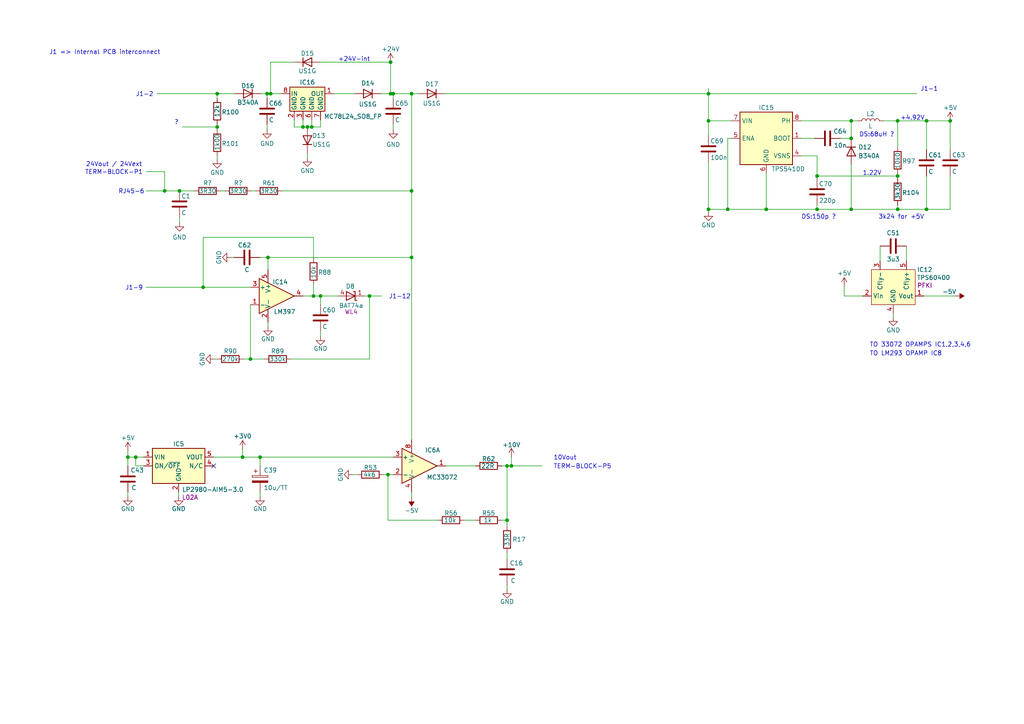
<source format=kicad_sch>
(kicad_sch (version 20211123) (generator eeschema)

  (uuid b51ae17e-36a7-4718-8995-b7316e890a91)

  (paper "A4")

  (title_block
    (title "ODP2 CONTROL")
    (date "2024-12-09")
    (rev "ISSUE 9")
    (company "Reverse engineered, design copyright Invertek Drives.com")
    (comment 1 "Power supplies and voltage generators.")
  )

  (lib_symbols
    (symbol "Amplifier_Operational:MC33078" (pin_names (offset 0.127)) (in_bom yes) (on_board yes)
      (property "Reference" "U" (id 0) (at 0 5.08 0)
        (effects (font (size 1.27 1.27)) (justify left))
      )
      (property "Value" "MC33078" (id 1) (at 0 -5.08 0)
        (effects (font (size 1.27 1.27)) (justify left))
      )
      (property "Footprint" "" (id 2) (at 0 0 0)
        (effects (font (size 1.27 1.27)) hide)
      )
      (property "Datasheet" "https://www.onsemi.com/pub/Collateral/MC33078-D.PDF" (id 3) (at 0 0 0)
        (effects (font (size 1.27 1.27)) hide)
      )
      (property "ki_locked" "" (id 4) (at 0 0 0)
        (effects (font (size 1.27 1.27)))
      )
      (property "ki_keywords" "dual opamp" (id 5) (at 0 0 0)
        (effects (font (size 1.27 1.27)) hide)
      )
      (property "ki_description" "Low Noise, Dual Operational Amplifiers, DIP-8/SOIC-8/SSOP-8" (id 6) (at 0 0 0)
        (effects (font (size 1.27 1.27)) hide)
      )
      (property "ki_fp_filters" "SOIC*3.9x4.9mm*P1.27mm* DIP*W7.62mm* TO*99* OnSemi*Micro8* TSSOP*3x3mm*P0.65mm* TSSOP*4.4x3mm*P0.65mm* MSOP*3x3mm*P0.65mm* SSOP*3.9x4.9mm*P0.635mm* LFCSP*2x2mm*P0.5mm* *SIP* SOIC*5.3x6.2mm*P1.27mm*" (id 7) (at 0 0 0)
        (effects (font (size 1.27 1.27)) hide)
      )
      (symbol "MC33078_1_1"
        (polyline
          (pts
            (xy -5.08 5.08)
            (xy 5.08 0)
            (xy -5.08 -5.08)
            (xy -5.08 5.08)
          )
          (stroke (width 0.254) (type default) (color 0 0 0 0))
          (fill (type background))
        )
        (pin output line (at 7.62 0 180) (length 2.54)
          (name "~" (effects (font (size 1.27 1.27))))
          (number "1" (effects (font (size 1.27 1.27))))
        )
        (pin input line (at -7.62 -2.54 0) (length 2.54)
          (name "-" (effects (font (size 1.27 1.27))))
          (number "2" (effects (font (size 1.27 1.27))))
        )
        (pin input line (at -7.62 2.54 0) (length 2.54)
          (name "+" (effects (font (size 1.27 1.27))))
          (number "3" (effects (font (size 1.27 1.27))))
        )
      )
      (symbol "MC33078_2_1"
        (polyline
          (pts
            (xy -5.08 5.08)
            (xy 5.08 0)
            (xy -5.08 -5.08)
            (xy -5.08 5.08)
          )
          (stroke (width 0.254) (type default) (color 0 0 0 0))
          (fill (type background))
        )
        (pin input line (at -7.62 2.54 0) (length 2.54)
          (name "+" (effects (font (size 1.27 1.27))))
          (number "5" (effects (font (size 1.27 1.27))))
        )
        (pin input line (at -7.62 -2.54 0) (length 2.54)
          (name "-" (effects (font (size 1.27 1.27))))
          (number "6" (effects (font (size 1.27 1.27))))
        )
        (pin output line (at 7.62 0 180) (length 2.54)
          (name "~" (effects (font (size 1.27 1.27))))
          (number "7" (effects (font (size 1.27 1.27))))
        )
      )
      (symbol "MC33078_3_1"
        (pin power_in line (at -2.54 -7.62 90) (length 3.81)
          (name "V-" (effects (font (size 1.27 1.27))))
          (number "4" (effects (font (size 1.27 1.27))))
        )
        (pin power_in line (at -2.54 7.62 270) (length 3.81)
          (name "V+" (effects (font (size 1.27 1.27))))
          (number "8" (effects (font (size 1.27 1.27))))
        )
      )
    )
    (symbol "Comparator:LM397" (pin_names (offset 0.127)) (in_bom yes) (on_board yes)
      (property "Reference" "U" (id 0) (at 1.27 5.08 0)
        (effects (font (size 1.27 1.27)))
      )
      (property "Value" "LM397" (id 1) (at 3.81 -5.08 0)
        (effects (font (size 1.27 1.27)))
      )
      (property "Footprint" "Package_TO_SOT_SMD:SOT-23-5" (id 2) (at 1.27 -15.24 0)
        (effects (font (size 1.27 1.27)) hide)
      )
      (property "Datasheet" "http://www.ti.com/lit/ds/symlink/lm397.pdf" (id 3) (at 0 5.08 0)
        (effects (font (size 1.27 1.27)) hide)
      )
      (property "ki_keywords" "single comparator" (id 4) (at 0 0 0)
        (effects (font (size 1.27 1.27)) hide)
      )
      (property "ki_description" "Single General-Purpose Voltage Comparator with Open-Collector Output, SOT-23-5" (id 5) (at 0 0 0)
        (effects (font (size 1.27 1.27)) hide)
      )
      (property "ki_fp_filters" "SOT?23*" (id 6) (at 0 0 0)
        (effects (font (size 1.27 1.27)) hide)
      )
      (symbol "LM397_0_1"
        (polyline
          (pts
            (xy -5.08 5.08)
            (xy 5.08 0)
            (xy -5.08 -5.08)
            (xy -5.08 5.08)
          )
          (stroke (width 0.254) (type default) (color 0 0 0 0))
          (fill (type background))
        )
      )
      (symbol "LM397_1_1"
        (pin input line (at -7.62 -2.54 0) (length 2.54)
          (name "-" (effects (font (size 1.27 1.27))))
          (number "1" (effects (font (size 1.27 1.27))))
        )
        (pin power_in line (at -2.54 -7.62 90) (length 3.81)
          (name "V-" (effects (font (size 1.27 1.27))))
          (number "2" (effects (font (size 1.27 1.27))))
        )
        (pin input line (at -7.62 2.54 0) (length 2.54)
          (name "+" (effects (font (size 1.27 1.27))))
          (number "3" (effects (font (size 1.27 1.27))))
        )
        (pin open_collector line (at 7.62 0 180) (length 2.54)
          (name "~" (effects (font (size 1.27 1.27))))
          (number "4" (effects (font (size 1.27 1.27))))
        )
        (pin power_in line (at -2.54 7.62 270) (length 3.81)
          (name "V+" (effects (font (size 1.27 1.27))))
          (number "5" (effects (font (size 1.27 1.27))))
        )
      )
    )
    (symbol "Device:C" (pin_numbers hide) (pin_names (offset 0.254)) (in_bom yes) (on_board yes)
      (property "Reference" "C" (id 0) (at 0.635 2.54 0)
        (effects (font (size 1.27 1.27)) (justify left))
      )
      (property "Value" "C" (id 1) (at 0.635 -2.54 0)
        (effects (font (size 1.27 1.27)) (justify left))
      )
      (property "Footprint" "" (id 2) (at 0.9652 -3.81 0)
        (effects (font (size 1.27 1.27)) hide)
      )
      (property "Datasheet" "~" (id 3) (at 0 0 0)
        (effects (font (size 1.27 1.27)) hide)
      )
      (property "ki_keywords" "cap capacitor" (id 4) (at 0 0 0)
        (effects (font (size 1.27 1.27)) hide)
      )
      (property "ki_description" "Unpolarized capacitor" (id 5) (at 0 0 0)
        (effects (font (size 1.27 1.27)) hide)
      )
      (property "ki_fp_filters" "C_*" (id 6) (at 0 0 0)
        (effects (font (size 1.27 1.27)) hide)
      )
      (symbol "C_0_1"
        (polyline
          (pts
            (xy -2.032 -0.762)
            (xy 2.032 -0.762)
          )
          (stroke (width 0.508) (type default) (color 0 0 0 0))
          (fill (type none))
        )
        (polyline
          (pts
            (xy -2.032 0.762)
            (xy 2.032 0.762)
          )
          (stroke (width 0.508) (type default) (color 0 0 0 0))
          (fill (type none))
        )
      )
      (symbol "C_1_1"
        (pin passive line (at 0 3.81 270) (length 2.794)
          (name "~" (effects (font (size 1.27 1.27))))
          (number "1" (effects (font (size 1.27 1.27))))
        )
        (pin passive line (at 0 -3.81 90) (length 2.794)
          (name "~" (effects (font (size 1.27 1.27))))
          (number "2" (effects (font (size 1.27 1.27))))
        )
      )
    )
    (symbol "Device:C_Polarized" (pin_numbers hide) (pin_names (offset 0.254)) (in_bom yes) (on_board yes)
      (property "Reference" "C" (id 0) (at 0.635 2.54 0)
        (effects (font (size 1.27 1.27)) (justify left))
      )
      (property "Value" "C_Polarized" (id 1) (at 0.635 -2.54 0)
        (effects (font (size 1.27 1.27)) (justify left))
      )
      (property "Footprint" "" (id 2) (at 0.9652 -3.81 0)
        (effects (font (size 1.27 1.27)) hide)
      )
      (property "Datasheet" "~" (id 3) (at 0 0 0)
        (effects (font (size 1.27 1.27)) hide)
      )
      (property "ki_keywords" "cap capacitor" (id 4) (at 0 0 0)
        (effects (font (size 1.27 1.27)) hide)
      )
      (property "ki_description" "Polarized capacitor" (id 5) (at 0 0 0)
        (effects (font (size 1.27 1.27)) hide)
      )
      (property "ki_fp_filters" "CP_*" (id 6) (at 0 0 0)
        (effects (font (size 1.27 1.27)) hide)
      )
      (symbol "C_Polarized_0_1"
        (rectangle (start -2.286 0.508) (end 2.286 1.016)
          (stroke (width 0) (type default) (color 0 0 0 0))
          (fill (type none))
        )
        (polyline
          (pts
            (xy -1.778 2.286)
            (xy -0.762 2.286)
          )
          (stroke (width 0) (type default) (color 0 0 0 0))
          (fill (type none))
        )
        (polyline
          (pts
            (xy -1.27 2.794)
            (xy -1.27 1.778)
          )
          (stroke (width 0) (type default) (color 0 0 0 0))
          (fill (type none))
        )
        (rectangle (start 2.286 -0.508) (end -2.286 -1.016)
          (stroke (width 0) (type default) (color 0 0 0 0))
          (fill (type outline))
        )
      )
      (symbol "C_Polarized_1_1"
        (pin passive line (at 0 3.81 270) (length 2.794)
          (name "~" (effects (font (size 1.27 1.27))))
          (number "1" (effects (font (size 1.27 1.27))))
        )
        (pin passive line (at 0 -3.81 90) (length 2.794)
          (name "~" (effects (font (size 1.27 1.27))))
          (number "2" (effects (font (size 1.27 1.27))))
        )
      )
    )
    (symbol "Device:D" (pin_numbers hide) (pin_names (offset 1.016) hide) (in_bom yes) (on_board yes)
      (property "Reference" "D" (id 0) (at 0 2.54 0)
        (effects (font (size 1.27 1.27)))
      )
      (property "Value" "D" (id 1) (at 0 -2.54 0)
        (effects (font (size 1.27 1.27)))
      )
      (property "Footprint" "" (id 2) (at 0 0 0)
        (effects (font (size 1.27 1.27)) hide)
      )
      (property "Datasheet" "~" (id 3) (at 0 0 0)
        (effects (font (size 1.27 1.27)) hide)
      )
      (property "ki_keywords" "diode" (id 4) (at 0 0 0)
        (effects (font (size 1.27 1.27)) hide)
      )
      (property "ki_description" "Diode" (id 5) (at 0 0 0)
        (effects (font (size 1.27 1.27)) hide)
      )
      (property "ki_fp_filters" "TO-???* *_Diode_* *SingleDiode* D_*" (id 6) (at 0 0 0)
        (effects (font (size 1.27 1.27)) hide)
      )
      (symbol "D_0_1"
        (polyline
          (pts
            (xy -1.27 1.27)
            (xy -1.27 -1.27)
          )
          (stroke (width 0.254) (type default) (color 0 0 0 0))
          (fill (type none))
        )
        (polyline
          (pts
            (xy 1.27 0)
            (xy -1.27 0)
          )
          (stroke (width 0) (type default) (color 0 0 0 0))
          (fill (type none))
        )
        (polyline
          (pts
            (xy 1.27 1.27)
            (xy 1.27 -1.27)
            (xy -1.27 0)
            (xy 1.27 1.27)
          )
          (stroke (width 0.254) (type default) (color 0 0 0 0))
          (fill (type none))
        )
      )
      (symbol "D_1_1"
        (pin passive line (at -3.81 0 0) (length 2.54)
          (name "K" (effects (font (size 1.27 1.27))))
          (number "1" (effects (font (size 1.27 1.27))))
        )
        (pin passive line (at 3.81 0 180) (length 2.54)
          (name "A" (effects (font (size 1.27 1.27))))
          (number "2" (effects (font (size 1.27 1.27))))
        )
      )
    )
    (symbol "Device:L" (pin_numbers hide) (pin_names (offset 1.016) hide) (in_bom yes) (on_board yes)
      (property "Reference" "L" (id 0) (at -1.27 0 90)
        (effects (font (size 1.27 1.27)))
      )
      (property "Value" "L" (id 1) (at 1.905 0 90)
        (effects (font (size 1.27 1.27)))
      )
      (property "Footprint" "" (id 2) (at 0 0 0)
        (effects (font (size 1.27 1.27)) hide)
      )
      (property "Datasheet" "~" (id 3) (at 0 0 0)
        (effects (font (size 1.27 1.27)) hide)
      )
      (property "ki_keywords" "inductor choke coil reactor magnetic" (id 4) (at 0 0 0)
        (effects (font (size 1.27 1.27)) hide)
      )
      (property "ki_description" "Inductor" (id 5) (at 0 0 0)
        (effects (font (size 1.27 1.27)) hide)
      )
      (property "ki_fp_filters" "Choke_* *Coil* Inductor_* L_*" (id 6) (at 0 0 0)
        (effects (font (size 1.27 1.27)) hide)
      )
      (symbol "L_0_1"
        (arc (start 0 -2.54) (mid 0.635 -1.905) (end 0 -1.27)
          (stroke (width 0) (type default) (color 0 0 0 0))
          (fill (type none))
        )
        (arc (start 0 -1.27) (mid 0.635 -0.635) (end 0 0)
          (stroke (width 0) (type default) (color 0 0 0 0))
          (fill (type none))
        )
        (arc (start 0 0) (mid 0.635 0.635) (end 0 1.27)
          (stroke (width 0) (type default) (color 0 0 0 0))
          (fill (type none))
        )
        (arc (start 0 1.27) (mid 0.635 1.905) (end 0 2.54)
          (stroke (width 0) (type default) (color 0 0 0 0))
          (fill (type none))
        )
      )
      (symbol "L_1_1"
        (pin passive line (at 0 3.81 270) (length 1.27)
          (name "1" (effects (font (size 1.27 1.27))))
          (number "1" (effects (font (size 1.27 1.27))))
        )
        (pin passive line (at 0 -3.81 90) (length 1.27)
          (name "2" (effects (font (size 1.27 1.27))))
          (number "2" (effects (font (size 1.27 1.27))))
        )
      )
    )
    (symbol "Device:R" (pin_numbers hide) (pin_names (offset 0)) (in_bom yes) (on_board yes)
      (property "Reference" "R" (id 0) (at 2.032 0 90)
        (effects (font (size 1.27 1.27)))
      )
      (property "Value" "R" (id 1) (at 0 0 90)
        (effects (font (size 1.27 1.27)))
      )
      (property "Footprint" "" (id 2) (at -1.778 0 90)
        (effects (font (size 1.27 1.27)) hide)
      )
      (property "Datasheet" "~" (id 3) (at 0 0 0)
        (effects (font (size 1.27 1.27)) hide)
      )
      (property "ki_keywords" "R res resistor" (id 4) (at 0 0 0)
        (effects (font (size 1.27 1.27)) hide)
      )
      (property "ki_description" "Resistor" (id 5) (at 0 0 0)
        (effects (font (size 1.27 1.27)) hide)
      )
      (property "ki_fp_filters" "R_*" (id 6) (at 0 0 0)
        (effects (font (size 1.27 1.27)) hide)
      )
      (symbol "R_0_1"
        (rectangle (start -1.016 -2.54) (end 1.016 2.54)
          (stroke (width 0.254) (type default) (color 0 0 0 0))
          (fill (type none))
        )
      )
      (symbol "R_1_1"
        (pin passive line (at 0 3.81 270) (length 1.27)
          (name "~" (effects (font (size 1.27 1.27))))
          (number "1" (effects (font (size 1.27 1.27))))
        )
        (pin passive line (at 0 -3.81 90) (length 1.27)
          (name "~" (effects (font (size 1.27 1.27))))
          (number "2" (effects (font (size 1.27 1.27))))
        )
      )
    )
    (symbol "GND_1" (power) (pin_names (offset 0)) (in_bom yes) (on_board yes)
      (property "Reference" "#PWR" (id 0) (at 0 -6.35 0)
        (effects (font (size 1.27 1.27)) hide)
      )
      (property "Value" "GND_1" (id 1) (at 0 -3.81 0)
        (effects (font (size 1.27 1.27)))
      )
      (property "Footprint" "" (id 2) (at 0 0 0)
        (effects (font (size 1.27 1.27)) hide)
      )
      (property "Datasheet" "" (id 3) (at 0 0 0)
        (effects (font (size 1.27 1.27)) hide)
      )
      (property "ki_keywords" "global power" (id 4) (at 0 0 0)
        (effects (font (size 1.27 1.27)) hide)
      )
      (property "ki_description" "Power symbol creates a global label with name \"GND\" , ground" (id 5) (at 0 0 0)
        (effects (font (size 1.27 1.27)) hide)
      )
      (symbol "GND_1_0_1"
        (polyline
          (pts
            (xy 0 0)
            (xy 0 -1.27)
            (xy 1.27 -1.27)
            (xy 0 -2.54)
            (xy -1.27 -1.27)
            (xy 0 -1.27)
          )
          (stroke (width 0) (type default) (color 0 0 0 0))
          (fill (type none))
        )
      )
      (symbol "GND_1_1_1"
        (pin power_in line (at 0 0 270) (length 0) hide
          (name "GND" (effects (font (size 1.27 1.27))))
          (number "1" (effects (font (size 1.27 1.27))))
        )
      )
    )
    (symbol "GND_2" (power) (pin_names (offset 0)) (in_bom yes) (on_board yes)
      (property "Reference" "#PWR" (id 0) (at 0 -6.35 0)
        (effects (font (size 1.27 1.27)) hide)
      )
      (property "Value" "GND_2" (id 1) (at 0 -3.81 0)
        (effects (font (size 1.27 1.27)))
      )
      (property "Footprint" "" (id 2) (at 0 0 0)
        (effects (font (size 1.27 1.27)) hide)
      )
      (property "Datasheet" "" (id 3) (at 0 0 0)
        (effects (font (size 1.27 1.27)) hide)
      )
      (property "ki_keywords" "global power" (id 4) (at 0 0 0)
        (effects (font (size 1.27 1.27)) hide)
      )
      (property "ki_description" "Power symbol creates a global label with name \"GND\" , ground" (id 5) (at 0 0 0)
        (effects (font (size 1.27 1.27)) hide)
      )
      (symbol "GND_2_0_1"
        (polyline
          (pts
            (xy 0 0)
            (xy 0 -1.27)
            (xy 1.27 -1.27)
            (xy 0 -2.54)
            (xy -1.27 -1.27)
            (xy 0 -1.27)
          )
          (stroke (width 0) (type default) (color 0 0 0 0))
          (fill (type none))
        )
      )
      (symbol "GND_2_1_1"
        (pin power_in line (at 0 0 270) (length 0) hide
          (name "GND" (effects (font (size 1.27 1.27))))
          (number "1" (effects (font (size 1.27 1.27))))
        )
      )
    )
    (symbol "Regulator_Switching:TPS5420D" (in_bom yes) (on_board yes)
      (property "Reference" "U" (id 0) (at -6.35 8.89 0)
        (effects (font (size 1.27 1.27)))
      )
      (property "Value" "TPS5420D" (id 1) (at 3.81 8.89 0)
        (effects (font (size 1.27 1.27)))
      )
      (property "Footprint" "Package_SO:SOIC-8_3.9x4.9mm_P1.27mm" (id 2) (at -1.27 11.43 0)
        (effects (font (size 1.27 1.27)) hide)
      )
      (property "Datasheet" "http://www.ti.com/lit/ds/symlink/tps5420.pdf" (id 3) (at 0 0 0)
        (effects (font (size 1.27 1.27)) hide)
      )
      (property "ki_keywords" "switching buck converter step-down" (id 4) (at 0 0 0)
        (effects (font (size 1.27 1.27)) hide)
      )
      (property "ki_description" "Adjustable Output, 2A Step-Down Converter, 5.5V-36V Input, 500kHz Switching Frequency" (id 5) (at 0 0 0)
        (effects (font (size 1.27 1.27)) hide)
      )
      (property "ki_fp_filters" "SOIC*3.9x4.9mm*P1.27mm*" (id 6) (at 0 0 0)
        (effects (font (size 1.27 1.27)) hide)
      )
      (symbol "TPS5420D_0_1"
        (rectangle (start -7.62 7.62) (end 7.62 -7.62)
          (stroke (width 0.254) (type default) (color 0 0 0 0))
          (fill (type background))
        )
      )
      (symbol "TPS5420D_1_1"
        (pin input line (at 10.16 0 180) (length 2.54)
          (name "BOOT" (effects (font (size 1.27 1.27))))
          (number "1" (effects (font (size 1.27 1.27))))
        )
        (pin no_connect line (at -7.62 -2.54 0) (length 2.54) hide
          (name "NC" (effects (font (size 1.27 1.27))))
          (number "2" (effects (font (size 1.27 1.27))))
        )
        (pin no_connect line (at -7.62 -5.08 0) (length 2.54) hide
          (name "NC" (effects (font (size 1.27 1.27))))
          (number "3" (effects (font (size 1.27 1.27))))
        )
        (pin input line (at 10.16 -5.08 180) (length 2.54)
          (name "VSNS" (effects (font (size 1.27 1.27))))
          (number "4" (effects (font (size 1.27 1.27))))
        )
        (pin input line (at -10.16 0 0) (length 2.54)
          (name "ENA" (effects (font (size 1.27 1.27))))
          (number "5" (effects (font (size 1.27 1.27))))
        )
        (pin power_in line (at 0 -10.16 90) (length 2.54)
          (name "GND" (effects (font (size 1.27 1.27))))
          (number "6" (effects (font (size 1.27 1.27))))
        )
        (pin power_in line (at -10.16 5.08 0) (length 2.54)
          (name "VIN" (effects (font (size 1.27 1.27))))
          (number "7" (effects (font (size 1.27 1.27))))
        )
        (pin power_out line (at 10.16 5.08 180) (length 2.54)
          (name "PH" (effects (font (size 1.27 1.27))))
          (number "8" (effects (font (size 1.27 1.27))))
        )
      )
    )
    (symbol "invertek:BAT74a" (in_bom yes) (on_board yes)
      (property "Reference" "D" (id 0) (at 0 3.302 0)
        (effects (font (size 1.27 1.27)))
      )
      (property "Value" "BAT74a" (id 1) (at 0 -2.413 0)
        (effects (font (size 1.27 1.27)))
      )
      (property "Footprint" "" (id 2) (at 0 0 0)
        (effects (font (size 1.27 1.27)) hide)
      )
      (property "Datasheet" "" (id 3) (at 0 0 0)
        (effects (font (size 1.27 1.27)) hide)
      )
      (symbol "BAT74a_0_1"
        (polyline
          (pts
            (xy -1.651 -1.27)
            (xy -1.143 -1.27)
          )
          (stroke (width 0.254) (type default) (color 0 0 0 0))
          (fill (type none))
        )
        (polyline
          (pts
            (xy -1.143 1.27)
            (xy -1.143 -1.27)
          )
          (stroke (width 0.254) (type default) (color 0 0 0 0))
          (fill (type none))
        )
        (polyline
          (pts
            (xy -1.143 1.27)
            (xy -0.635 1.27)
          )
          (stroke (width 0.254) (type default) (color 0 0 0 0))
          (fill (type none))
        )
        (polyline
          (pts
            (xy 1.27 0)
            (xy -1.143 0)
          )
          (stroke (width 0) (type default) (color 0 0 0 0))
          (fill (type none))
        )
        (polyline
          (pts
            (xy 1.397 1.27)
            (xy 1.397 -1.27)
            (xy -1.143 0)
            (xy 1.397 1.27)
          )
          (stroke (width 0.254) (type default) (color 0 0 0 0))
          (fill (type none))
        )
      )
      (symbol "BAT74a_1_1"
        (pin passive line (at -3.81 0 0) (length 2.54)
          (name "" (effects (font (size 1.27 1.27))))
          (number "1" (effects (font (size 1.27 1.27))))
        )
        (pin passive line (at 3.81 0 180) (length 2.54)
          (name "" (effects (font (size 1.27 1.27))))
          (number "4" (effects (font (size 1.27 1.27))))
        )
      )
    )
    (symbol "invertek:LP2980-4.7" (in_bom yes) (on_board yes)
      (property "Reference" "U" (id 0) (at 0 10.16 0)
        (effects (font (size 1.27 1.27)))
      )
      (property "Value" "LP2980-4.7" (id 1) (at 0 7.62 0)
        (effects (font (size 1.27 1.27)))
      )
      (property "Footprint" "Package_TO_SOT_SMD:SOT-23-5" (id 2) (at 0 12.7 0)
        (effects (font (size 1.27 1.27)) hide)
      )
      (property "Datasheet" "https://www.ti.com/lit/gpn/LP2980-N" (id 3) (at 0 7.62 0)
        (effects (font (size 1.27 1.27)) hide)
      )
      (property "ki_keywords" "LDO Voltage Regulator 50mA Positive" (id 4) (at 0 0 0)
        (effects (font (size 1.27 1.27)) hide)
      )
      (property "ki_description" "50mA 15V Low-noise Low-dropout Regulator, 1.23-15V adjustable output voltage, SOT-23-5" (id 5) (at 0 0 0)
        (effects (font (size 1.27 1.27)) hide)
      )
      (property "ki_fp_filters" "SOT?23*" (id 6) (at 0 0 0)
        (effects (font (size 1.27 1.27)) hide)
      )
      (symbol "LP2980-4.7_0_1"
        (rectangle (start -7.62 5.08) (end 7.62 -5.08)
          (stroke (width 0.254) (type default) (color 0 0 0 0))
          (fill (type background))
        )
      )
      (symbol "LP2980-4.7_1_1"
        (pin power_in line (at -10.16 2.54 0) (length 2.54)
          (name "VIN" (effects (font (size 1.27 1.27))))
          (number "1" (effects (font (size 1.27 1.27))))
        )
        (pin power_in line (at 0 -7.62 90) (length 2.54)
          (name "GND" (effects (font (size 1.27 1.27))))
          (number "2" (effects (font (size 1.27 1.27))))
        )
        (pin input line (at -10.16 0 0) (length 2.54)
          (name "ON/~{OFF}" (effects (font (size 1.27 1.27))))
          (number "3" (effects (font (size 1.27 1.27))))
        )
        (pin passive line (at 10.16 0 180) (length 2.54)
          (name "N/C" (effects (font (size 1.27 1.27))))
          (number "4" (effects (font (size 1.27 1.27))))
        )
        (pin power_out line (at 10.16 2.54 180) (length 2.54)
          (name "VOUT" (effects (font (size 1.27 1.27))))
          (number "5" (effects (font (size 1.27 1.27))))
        )
      )
    )
    (symbol "invertek:MC78L24_SO8_FP" (pin_names (offset 0.254)) (in_bom yes) (on_board yes)
      (property "Reference" "U" (id 0) (at -3.81 3.175 0)
        (effects (font (size 1.27 1.27)))
      )
      (property "Value" "MC78L24_SO8_FP" (id 1) (at 0 3.175 0)
        (effects (font (size 1.27 1.27)) (justify left))
      )
      (property "Footprint" "Package_SO:SOIC-8_3.9x4.9mm_P1.27mm" (id 2) (at 2.54 5.08 0)
        (effects (font (size 1.27 1.27) italic) hide)
      )
      (property "Datasheet" "https://www.onsemi.com/pub/Collateral/MC78L00A-D.PDF" (id 3) (at 5.08 0 0)
        (effects (font (size 1.27 1.27)) hide)
      )
      (property "ki_keywords" "Voltage Regulator 100mA Positive" (id 4) (at 0 0 0)
        (effects (font (size 1.27 1.27)) hide)
      )
      (property "ki_description" "Positive 100mA 30V Linear Regulator, Fixed Output 5V, SO-8" (id 5) (at 0 0 0)
        (effects (font (size 1.27 1.27)) hide)
      )
      (property "ki_fp_filters" "SOIC*3.9x4.9mm*P1.27mm*" (id 6) (at 0 0 0)
        (effects (font (size 1.27 1.27)) hide)
      )
      (symbol "MC78L24_SO8_FP_0_1"
        (rectangle (start -5.08 1.905) (end 5.08 -5.08)
          (stroke (width 0.254) (type default) (color 0 0 0 0))
          (fill (type background))
        )
      )
      (symbol "MC78L24_SO8_FP_1_1"
        (pin power_out line (at 7.62 0 180) (length 2.54)
          (name "OUT" (effects (font (size 1.27 1.27))))
          (number "1" (effects (font (size 1.27 1.27))))
        )
        (pin power_in line (at -3.81 -7.62 90) (length 2.54)
          (name "GND" (effects (font (size 1.27 1.27))))
          (number "2" (effects (font (size 1.27 1.27))))
        )
        (pin power_in line (at -1.27 -7.62 90) (length 2.54)
          (name "GND" (effects (font (size 1.27 1.27))))
          (number "3" (effects (font (size 1.27 1.27))))
        )
        (pin no_connect line (at -5.08 -2.54 0) (length 2.54) hide
          (name "NC" (effects (font (size 1.27 1.27))))
          (number "4" (effects (font (size 1.27 1.27))))
        )
        (pin no_connect line (at 5.08 -2.54 180) (length 2.54) hide
          (name "NC" (effects (font (size 1.27 1.27))))
          (number "5" (effects (font (size 1.27 1.27))))
        )
        (pin power_in line (at 1.27 -7.62 90) (length 2.54)
          (name "GND" (effects (font (size 1.27 1.27))))
          (number "6" (effects (font (size 1.27 1.27))))
        )
        (pin power_in line (at 3.81 -7.62 90) (length 2.54)
          (name "GND" (effects (font (size 1.27 1.27))))
          (number "7" (effects (font (size 1.27 1.27))))
        )
        (pin power_in line (at -7.62 0 0) (length 2.54)
          (name "IN" (effects (font (size 1.27 1.27))))
          (number "8" (effects (font (size 1.27 1.27))))
        )
      )
    )
    (symbol "power:+10V" (power) (pin_names (offset 0)) (in_bom yes) (on_board yes)
      (property "Reference" "#PWR" (id 0) (at 0 -3.81 0)
        (effects (font (size 1.27 1.27)) hide)
      )
      (property "Value" "+10V" (id 1) (at 0 3.556 0)
        (effects (font (size 1.27 1.27)))
      )
      (property "Footprint" "" (id 2) (at 0 0 0)
        (effects (font (size 1.27 1.27)) hide)
      )
      (property "Datasheet" "" (id 3) (at 0 0 0)
        (effects (font (size 1.27 1.27)) hide)
      )
      (property "ki_keywords" "global power" (id 4) (at 0 0 0)
        (effects (font (size 1.27 1.27)) hide)
      )
      (property "ki_description" "Power symbol creates a global label with name \"+10V\"" (id 5) (at 0 0 0)
        (effects (font (size 1.27 1.27)) hide)
      )
      (symbol "+10V_0_1"
        (polyline
          (pts
            (xy -0.762 1.27)
            (xy 0 2.54)
          )
          (stroke (width 0) (type default) (color 0 0 0 0))
          (fill (type none))
        )
        (polyline
          (pts
            (xy 0 0)
            (xy 0 2.54)
          )
          (stroke (width 0) (type default) (color 0 0 0 0))
          (fill (type none))
        )
        (polyline
          (pts
            (xy 0 2.54)
            (xy 0.762 1.27)
          )
          (stroke (width 0) (type default) (color 0 0 0 0))
          (fill (type none))
        )
      )
      (symbol "+10V_1_1"
        (pin power_in line (at 0 0 90) (length 0) hide
          (name "+10V" (effects (font (size 1.27 1.27))))
          (number "1" (effects (font (size 1.27 1.27))))
        )
      )
    )
    (symbol "power:+24V" (power) (pin_names (offset 0)) (in_bom yes) (on_board yes)
      (property "Reference" "#PWR" (id 0) (at 0 -3.81 0)
        (effects (font (size 1.27 1.27)) hide)
      )
      (property "Value" "+24V" (id 1) (at 0 3.556 0)
        (effects (font (size 1.27 1.27)))
      )
      (property "Footprint" "" (id 2) (at 0 0 0)
        (effects (font (size 1.27 1.27)) hide)
      )
      (property "Datasheet" "" (id 3) (at 0 0 0)
        (effects (font (size 1.27 1.27)) hide)
      )
      (property "ki_keywords" "global power" (id 4) (at 0 0 0)
        (effects (font (size 1.27 1.27)) hide)
      )
      (property "ki_description" "Power symbol creates a global label with name \"+24V\"" (id 5) (at 0 0 0)
        (effects (font (size 1.27 1.27)) hide)
      )
      (symbol "+24V_0_1"
        (polyline
          (pts
            (xy -0.762 1.27)
            (xy 0 2.54)
          )
          (stroke (width 0) (type default) (color 0 0 0 0))
          (fill (type none))
        )
        (polyline
          (pts
            (xy 0 0)
            (xy 0 2.54)
          )
          (stroke (width 0) (type default) (color 0 0 0 0))
          (fill (type none))
        )
        (polyline
          (pts
            (xy 0 2.54)
            (xy 0.762 1.27)
          )
          (stroke (width 0) (type default) (color 0 0 0 0))
          (fill (type none))
        )
      )
      (symbol "+24V_1_1"
        (pin power_in line (at 0 0 90) (length 0) hide
          (name "+24V" (effects (font (size 1.27 1.27))))
          (number "1" (effects (font (size 1.27 1.27))))
        )
      )
    )
    (symbol "power:+3V0" (power) (pin_names (offset 0)) (in_bom yes) (on_board yes)
      (property "Reference" "#PWR" (id 0) (at 0 -3.81 0)
        (effects (font (size 1.27 1.27)) hide)
      )
      (property "Value" "+3V0" (id 1) (at 0 3.556 0)
        (effects (font (size 1.27 1.27)))
      )
      (property "Footprint" "" (id 2) (at 0 0 0)
        (effects (font (size 1.27 1.27)) hide)
      )
      (property "Datasheet" "" (id 3) (at 0 0 0)
        (effects (font (size 1.27 1.27)) hide)
      )
      (property "ki_keywords" "global power" (id 4) (at 0 0 0)
        (effects (font (size 1.27 1.27)) hide)
      )
      (property "ki_description" "Power symbol creates a global label with name \"+3V0\"" (id 5) (at 0 0 0)
        (effects (font (size 1.27 1.27)) hide)
      )
      (symbol "+3V0_0_1"
        (polyline
          (pts
            (xy -0.762 1.27)
            (xy 0 2.54)
          )
          (stroke (width 0) (type default) (color 0 0 0 0))
          (fill (type none))
        )
        (polyline
          (pts
            (xy 0 0)
            (xy 0 2.54)
          )
          (stroke (width 0) (type default) (color 0 0 0 0))
          (fill (type none))
        )
        (polyline
          (pts
            (xy 0 2.54)
            (xy 0.762 1.27)
          )
          (stroke (width 0) (type default) (color 0 0 0 0))
          (fill (type none))
        )
      )
      (symbol "+3V0_1_1"
        (pin power_in line (at 0 0 90) (length 0) hide
          (name "+3V0" (effects (font (size 1.27 1.27))))
          (number "1" (effects (font (size 1.27 1.27))))
        )
      )
    )
    (symbol "power:+5V" (power) (pin_names (offset 0)) (in_bom yes) (on_board yes)
      (property "Reference" "#PWR" (id 0) (at 0 -3.81 0)
        (effects (font (size 1.27 1.27)) hide)
      )
      (property "Value" "+5V" (id 1) (at 0 3.556 0)
        (effects (font (size 1.27 1.27)))
      )
      (property "Footprint" "" (id 2) (at 0 0 0)
        (effects (font (size 1.27 1.27)) hide)
      )
      (property "Datasheet" "" (id 3) (at 0 0 0)
        (effects (font (size 1.27 1.27)) hide)
      )
      (property "ki_keywords" "global power" (id 4) (at 0 0 0)
        (effects (font (size 1.27 1.27)) hide)
      )
      (property "ki_description" "Power symbol creates a global label with name \"+5V\"" (id 5) (at 0 0 0)
        (effects (font (size 1.27 1.27)) hide)
      )
      (symbol "+5V_0_1"
        (polyline
          (pts
            (xy -0.762 1.27)
            (xy 0 2.54)
          )
          (stroke (width 0) (type default) (color 0 0 0 0))
          (fill (type none))
        )
        (polyline
          (pts
            (xy 0 0)
            (xy 0 2.54)
          )
          (stroke (width 0) (type default) (color 0 0 0 0))
          (fill (type none))
        )
        (polyline
          (pts
            (xy 0 2.54)
            (xy 0.762 1.27)
          )
          (stroke (width 0) (type default) (color 0 0 0 0))
          (fill (type none))
        )
      )
      (symbol "+5V_1_1"
        (pin power_in line (at 0 0 90) (length 0) hide
          (name "+5V" (effects (font (size 1.27 1.27))))
          (number "1" (effects (font (size 1.27 1.27))))
        )
      )
    )
    (symbol "power:-5V" (power) (pin_names (offset 0)) (in_bom yes) (on_board yes)
      (property "Reference" "#PWR" (id 0) (at 0 2.54 0)
        (effects (font (size 1.27 1.27)) hide)
      )
      (property "Value" "-5V" (id 1) (at 0 3.81 0)
        (effects (font (size 1.27 1.27)))
      )
      (property "Footprint" "" (id 2) (at 0 0 0)
        (effects (font (size 1.27 1.27)) hide)
      )
      (property "Datasheet" "" (id 3) (at 0 0 0)
        (effects (font (size 1.27 1.27)) hide)
      )
      (property "ki_keywords" "global power" (id 4) (at 0 0 0)
        (effects (font (size 1.27 1.27)) hide)
      )
      (property "ki_description" "Power symbol creates a global label with name \"-5V\"" (id 5) (at 0 0 0)
        (effects (font (size 1.27 1.27)) hide)
      )
      (symbol "-5V_0_0"
        (pin power_in line (at 0 0 90) (length 0) hide
          (name "-5V" (effects (font (size 1.27 1.27))))
          (number "1" (effects (font (size 1.27 1.27))))
        )
      )
      (symbol "-5V_0_1"
        (polyline
          (pts
            (xy 0 0)
            (xy 0 1.27)
            (xy 0.762 1.27)
            (xy 0 2.54)
            (xy -0.762 1.27)
            (xy 0 1.27)
          )
          (stroke (width 0) (type default) (color 0 0 0 0))
          (fill (type outline))
        )
      )
    )
    (symbol "power:GND" (power) (pin_names (offset 0)) (in_bom yes) (on_board yes)
      (property "Reference" "#PWR" (id 0) (at 0 -6.35 0)
        (effects (font (size 1.27 1.27)) hide)
      )
      (property "Value" "GND" (id 1) (at 0 -3.81 0)
        (effects (font (size 1.27 1.27)))
      )
      (property "Footprint" "" (id 2) (at 0 0 0)
        (effects (font (size 1.27 1.27)) hide)
      )
      (property "Datasheet" "" (id 3) (at 0 0 0)
        (effects (font (size 1.27 1.27)) hide)
      )
      (property "ki_keywords" "power-flag" (id 4) (at 0 0 0)
        (effects (font (size 1.27 1.27)) hide)
      )
      (property "ki_description" "Power symbol creates a global label with name \"GND\" , ground" (id 5) (at 0 0 0)
        (effects (font (size 1.27 1.27)) hide)
      )
      (symbol "GND_0_1"
        (polyline
          (pts
            (xy 0 0)
            (xy 0 -1.27)
            (xy 1.27 -1.27)
            (xy 0 -2.54)
            (xy -1.27 -1.27)
            (xy 0 -1.27)
          )
          (stroke (width 0) (type default) (color 0 0 0 0))
          (fill (type none))
        )
      )
      (symbol "GND_1_1"
        (pin power_in line (at 0 0 270) (length 0) hide
          (name "GND" (effects (font (size 1.27 1.27))))
          (number "1" (effects (font (size 1.27 1.27))))
        )
      )
    )
    (symbol "private:TPS60400" (in_bom yes) (on_board yes)
      (property "Reference" "U" (id 0) (at 7.62 3.81 0)
        (effects (font (size 1.27 1.27)))
      )
      (property "Value" "TPS60400" (id 1) (at 12.065 0.635 0)
        (effects (font (size 1.27 1.27)))
      )
      (property "Footprint" "" (id 2) (at 0 0 0)
        (effects (font (size 1.27 1.27)) hide)
      )
      (property "Datasheet" "" (id 3) (at 0 0 0)
        (effects (font (size 1.27 1.27)) hide)
      )
      (symbol "TPS60400_0_1"
        (rectangle (start -6.35 5.08) (end 6.35 -5.08)
          (stroke (width 0) (type default) (color 0 0 0 0))
          (fill (type background))
        )
      )
      (symbol "TPS60400_1_1"
        (pin power_out line (at 8.89 -2.54 180) (length 2.54)
          (name "Vout" (effects (font (size 1.27 1.27))))
          (number "1" (effects (font (size 1.27 1.27))))
        )
        (pin power_in line (at -8.89 -2.54 0) (length 2.54)
          (name "Vin" (effects (font (size 1.27 1.27))))
          (number "2" (effects (font (size 1.27 1.27))))
        )
        (pin power_in line (at -3.81 7.62 270) (length 2.54)
          (name "Cfly-" (effects (font (size 1.27 1.27))))
          (number "3" (effects (font (size 1.27 1.27))))
        )
        (pin power_in line (at 0 -7.62 90) (length 2.54)
          (name "GND" (effects (font (size 1.27 1.27))))
          (number "4" (effects (font (size 1.27 1.27))))
        )
        (pin power_out line (at 3.81 7.62 270) (length 2.54)
          (name "Cfly+" (effects (font (size 1.27 1.27))))
          (number "5" (effects (font (size 1.27 1.27))))
        )
      )
    )
  )

  (junction (at 107.188 85.852) (diameter 0) (color 0 0 0 0)
    (uuid 03e93cda-00a4-4846-a1a0-127f1104414d)
  )
  (junction (at 77.724 74.676) (diameter 0) (color 0 0 0 0)
    (uuid 065be25d-4c15-4546-b5f4-88aa83453844)
  )
  (junction (at 90.424 36.83) (diameter 0) (color 0 0 0 0)
    (uuid 0944b933-a25a-4064-8b43-7b609cadbb8d)
  )
  (junction (at 113.284 27.178) (diameter 0) (color 0 0 0 0)
    (uuid 0c5742cd-065c-4cfd-a8d4-2555f302c7c3)
  )
  (junction (at 148.336 135.128) (diameter 0) (color 0 0 0 0)
    (uuid 0c9bb75d-a6f0-4b35-8fae-08b62eac88c8)
  )
  (junction (at 222.25 60.706) (diameter 0) (color 0 0 0 0)
    (uuid 0ce8b7f6-408c-4a48-8cde-9488046b1282)
  )
  (junction (at 37.084 132.588) (diameter 0) (color 0 0 0 0)
    (uuid 0fd6df1e-dad5-481c-85f0-729726467f8c)
  )
  (junction (at 260.35 51.054) (diameter 0) (color 0 0 0 0)
    (uuid 114fb824-2bdb-40aa-bbd0-df9078af59e0)
  )
  (junction (at 246.888 35.052) (diameter 0) (color 0 0 0 0)
    (uuid 1f782dba-803d-4b1c-b78b-f4d9a4ee9b0d)
  )
  (junction (at 72.644 104.14) (diameter 0) (color 0 0 0 0)
    (uuid 2468fbcb-077c-43e1-89cd-2dedc1db2c28)
  )
  (junction (at 114.046 27.178) (diameter 0) (color 0 0 0 0)
    (uuid 27677913-febe-4847-b4cc-66b8bb6609ac)
  )
  (junction (at 260.35 35.052) (diameter 0) (color 0 0 0 0)
    (uuid 27f342c0-1227-4147-9c84-8cdd363d65fe)
  )
  (junction (at 62.992 27.178) (diameter 0) (color 0 0 0 0)
    (uuid 2c250a83-0944-4548-aed4-b394a1999c2d)
  )
  (junction (at 260.35 60.706) (diameter 0) (color 0 0 0 0)
    (uuid 33638903-5afe-4529-8d79-fdfa462efc18)
  )
  (junction (at 205.486 60.706) (diameter 0) (color 0 0 0 0)
    (uuid 3420e37f-a06f-46b2-9106-38b3a6a8677e)
  )
  (junction (at 205.486 27.178) (diameter 0) (color 0 0 0 0)
    (uuid 35e7a6e5-84c1-4552-8148-3eb8658f1a01)
  )
  (junction (at 77.47 27.178) (diameter 0) (color 0 0 0 0)
    (uuid 58704da7-f458-493c-8e5f-fca1453a032b)
  )
  (junction (at 52.07 55.372) (diameter 0) (color 0 0 0 0)
    (uuid 5ba34941-a5cb-4986-b8c7-c13ddf92bba3)
  )
  (junction (at 62.992 36.83) (diameter 0) (color 0 0 0 0)
    (uuid 5dd2c449-174f-4e2a-a79b-6cd3cebe4469)
  )
  (junction (at 119.38 74.676) (diameter 0) (color 0 0 0 0)
    (uuid 7063b166-7f36-42cf-8b2f-f314ae901027)
  )
  (junction (at 70.358 132.588) (diameter 0) (color 0 0 0 0)
    (uuid 751ba8d8-c43c-461b-8515-be673962a4ec)
  )
  (junction (at 211.074 60.706) (diameter 0) (color 0 0 0 0)
    (uuid 75a1e11b-0c00-4c4a-bfb5-cfaedccf437f)
  )
  (junction (at 119.38 55.372) (diameter 0) (color 0 0 0 0)
    (uuid 77fcc5c8-b490-40b9-98fc-2e9856e89015)
  )
  (junction (at 147.066 150.876) (diameter 0) (color 0 0 0 0)
    (uuid 7db5370d-0c1b-46bf-93df-89bbe9ea3d9b)
  )
  (junction (at 205.486 35.052) (diameter 0) (color 0 0 0 0)
    (uuid 7e13b0a2-e2c6-440a-b47b-899a3a6733e8)
  )
  (junction (at 87.884 36.83) (diameter 0) (color 0 0 0 0)
    (uuid 88079501-8837-4d60-80c3-4756224bff9d)
  )
  (junction (at 268.732 60.706) (diameter 0) (color 0 0 0 0)
    (uuid 90a71a9e-1f58-4731-83e9-d7d981d3f584)
  )
  (junction (at 246.888 60.706) (diameter 0) (color 0 0 0 0)
    (uuid 98c2a80b-f82f-4a37-a1d8-1eb741e00d4d)
  )
  (junction (at 246.888 40.132) (diameter 0) (color 0 0 0 0)
    (uuid 9ccae2d3-98c9-4c60-9f30-6934b148ce97)
  )
  (junction (at 47.752 55.372) (diameter 0) (color 0 0 0 0)
    (uuid b186bb26-9da9-4cb5-848e-8cc7f5cf4a2d)
  )
  (junction (at 39.37 132.588) (diameter 0) (color 0 0 0 0)
    (uuid b1b7c9f7-1095-40ed-b06c-457f2ae0bf4b)
  )
  (junction (at 113.284 18.034) (diameter 0) (color 0 0 0 0)
    (uuid b487cd2c-db76-4c11-bd5e-900dddff1322)
  )
  (junction (at 119.38 27.178) (diameter 0) (color 0 0 0 0)
    (uuid b6b09f00-6739-49bc-8f25-24a4e3b8e9a4)
  )
  (junction (at 236.982 51.054) (diameter 0) (color 0 0 0 0)
    (uuid b9317fc4-7589-43cc-bc5d-8765a63fc231)
  )
  (junction (at 75.438 132.588) (diameter 0) (color 0 0 0 0)
    (uuid c47e126b-2629-4332-907f-1029b2a463ad)
  )
  (junction (at 90.932 85.852) (diameter 0) (color 0 0 0 0)
    (uuid c707d770-1ee7-4296-8281-5c518a83bbe9)
  )
  (junction (at 112.522 137.668) (diameter 0) (color 0 0 0 0)
    (uuid c7a6ef14-a1f8-48bf-9106-c68a522c9013)
  )
  (junction (at 58.928 83.312) (diameter 0) (color 0 0 0 0)
    (uuid c8d09340-97e7-4ae3-bbf3-66e57ee5f33e)
  )
  (junction (at 268.732 35.052) (diameter 0) (color 0 0 0 0)
    (uuid cde3ad03-94b5-45de-b745-e6c6dd829071)
  )
  (junction (at 236.982 60.706) (diameter 0) (color 0 0 0 0)
    (uuid d0357eea-24a4-481c-8760-f2b8158bb852)
  )
  (junction (at 78.486 27.178) (diameter 0) (color 0 0 0 0)
    (uuid dac114d2-a892-4606-956c-2e18aa25dbc6)
  )
  (junction (at 89.154 36.83) (diameter 0) (color 0 0 0 0)
    (uuid e3ae187b-8f31-49b8-88f3-d7302c2012d8)
  )
  (junction (at 92.964 85.852) (diameter 0) (color 0 0 0 0)
    (uuid e5064de6-31e8-4447-b71a-a96415640724)
  )
  (junction (at 147.066 135.128) (diameter 0) (color 0 0 0 0)
    (uuid f3c7523d-3ba8-414b-849b-1ded3139dc04)
  )
  (junction (at 275.59 35.052) (diameter 0) (color 0 0 0 0)
    (uuid fe69289f-1989-4171-80cd-a3dfd523da88)
  )

  (no_connect (at 61.976 135.128) (uuid 6a95265b-7994-4507-b719-f4a403f41fcc))

  (wire (pts (xy 92.964 85.852) (xy 92.964 88.392))
    (stroke (width 0) (type default) (color 0 0 0 0))
    (uuid 006a688e-999e-4aa6-9e8d-430463369902)
  )
  (wire (pts (xy 103.632 137.668) (xy 102.362 137.668))
    (stroke (width 0) (type default) (color 0 0 0 0))
    (uuid 021127eb-6e25-49f8-ab1e-e497c5a4982c)
  )
  (wire (pts (xy 110.49 27.178) (xy 113.284 27.178))
    (stroke (width 0) (type default) (color 0 0 0 0))
    (uuid 02ea2cb7-07be-4bdd-a73b-07f9f64152c2)
  )
  (wire (pts (xy 62.992 27.178) (xy 62.992 28.448))
    (stroke (width 0) (type default) (color 0 0 0 0))
    (uuid 04e9b87c-07ba-4e3c-9864-018fca6c3b21)
  )
  (wire (pts (xy 92.964 18.034) (xy 113.284 18.034))
    (stroke (width 0) (type default) (color 0 0 0 0))
    (uuid 0544e2e9-1e80-45ec-8cc1-1a65e648beec)
  )
  (wire (pts (xy 87.884 36.83) (xy 85.344 36.83))
    (stroke (width 0) (type default) (color 0 0 0 0))
    (uuid 07067b02-e055-433d-9a91-baad27ea94a4)
  )
  (wire (pts (xy 129.032 27.178) (xy 205.486 27.178))
    (stroke (width 0) (type default) (color 0 0 0 0))
    (uuid 075fb642-4885-4f10-8c5e-5648ff210615)
  )
  (wire (pts (xy 275.59 60.706) (xy 268.732 60.706))
    (stroke (width 0) (type default) (color 0 0 0 0))
    (uuid 0a4848a1-4f53-4d59-ba2a-de7838e6ee0d)
  )
  (wire (pts (xy 47.752 55.372) (xy 52.07 55.372))
    (stroke (width 0) (type default) (color 0 0 0 0))
    (uuid 0d44893f-233c-48bb-a6c0-208b505e809e)
  )
  (wire (pts (xy 89.154 36.83) (xy 87.884 36.83))
    (stroke (width 0) (type default) (color 0 0 0 0))
    (uuid 0dc70aaa-cdc6-4fbe-8a85-4394bf557926)
  )
  (wire (pts (xy 78.486 18.034) (xy 78.486 27.178))
    (stroke (width 0) (type default) (color 0 0 0 0))
    (uuid 0fb22dac-e3e2-43f5-90d1-743d6e90182a)
  )
  (wire (pts (xy 147.066 150.876) (xy 147.066 135.128))
    (stroke (width 0) (type default) (color 0 0 0 0))
    (uuid 16f24de9-18a2-46ed-8f14-6cdb578c3c28)
  )
  (wire (pts (xy 236.982 60.706) (xy 246.888 60.706))
    (stroke (width 0) (type default) (color 0 0 0 0))
    (uuid 18abea0e-4863-4e58-a734-d72db86cf1db)
  )
  (wire (pts (xy 259.08 90.932) (xy 259.08 91.948))
    (stroke (width 0) (type default) (color 0 0 0 0))
    (uuid 192357a7-5d13-4df6-88f4-fd4ae5462832)
  )
  (wire (pts (xy 72.644 83.312) (xy 58.928 83.312))
    (stroke (width 0) (type default) (color 0 0 0 0))
    (uuid 1d394182-abec-4066-95d2-81f479176225)
  )
  (wire (pts (xy 250.19 85.852) (xy 244.856 85.852))
    (stroke (width 0) (type default) (color 0 0 0 0))
    (uuid 1ec2b077-65fa-4bd4-9d04-55d2abfd5e62)
  )
  (wire (pts (xy 275.59 51.054) (xy 275.59 60.706))
    (stroke (width 0) (type default) (color 0 0 0 0))
    (uuid 22aa1112-2106-447f-932a-3f336f42ec2b)
  )
  (wire (pts (xy 92.964 34.798) (xy 92.964 36.83))
    (stroke (width 0) (type default) (color 0 0 0 0))
    (uuid 26d894bd-852c-4d4e-b717-74f11e1f8b52)
  )
  (wire (pts (xy 112.522 150.876) (xy 112.522 137.668))
    (stroke (width 0) (type default) (color 0 0 0 0))
    (uuid 288cb586-9332-43a6-a12c-a2fdc2ef01b3)
  )
  (wire (pts (xy 90.932 68.834) (xy 58.928 68.834))
    (stroke (width 0) (type default) (color 0 0 0 0))
    (uuid 29e0b4b5-db22-40b0-8525-89f567b147ea)
  )
  (wire (pts (xy 260.35 50.292) (xy 260.35 51.054))
    (stroke (width 0) (type default) (color 0 0 0 0))
    (uuid 2b55622e-a152-4056-a459-021446f3efaf)
  )
  (wire (pts (xy 260.35 51.054) (xy 260.35 51.816))
    (stroke (width 0) (type default) (color 0 0 0 0))
    (uuid 2b6cebc0-cb39-4d93-b2b9-cfb7f7dfa708)
  )
  (wire (pts (xy 45.466 27.178) (xy 62.992 27.178))
    (stroke (width 0) (type default) (color 0 0 0 0))
    (uuid 2ebd0d51-be87-4379-9747-92893e607825)
  )
  (wire (pts (xy 232.41 40.132) (xy 236.22 40.132))
    (stroke (width 0) (type default) (color 0 0 0 0))
    (uuid 2ee45b38-c8d2-4923-87ea-75cb2e1d8829)
  )
  (wire (pts (xy 72.644 104.14) (xy 76.708 104.14))
    (stroke (width 0) (type default) (color 0 0 0 0))
    (uuid 317832d5-d176-4bfa-abcc-2a00a1843a3e)
  )
  (wire (pts (xy 37.084 132.588) (xy 39.37 132.588))
    (stroke (width 0) (type default) (color 0 0 0 0))
    (uuid 3296fc00-88ad-4b2c-85f4-745481bf8ff1)
  )
  (wire (pts (xy 232.41 35.052) (xy 246.888 35.052))
    (stroke (width 0) (type default) (color 0 0 0 0))
    (uuid 3475bd2e-0005-4dcb-8e35-7878855d1e7d)
  )
  (wire (pts (xy 246.888 60.706) (xy 260.35 60.706))
    (stroke (width 0) (type default) (color 0 0 0 0))
    (uuid 36c97994-4f76-4877-ab47-b388fefd5b43)
  )
  (wire (pts (xy 119.38 27.178) (xy 121.412 27.178))
    (stroke (width 0) (type default) (color 0 0 0 0))
    (uuid 3a7c4275-cd09-4f77-8baa-99ecbe17a7ce)
  )
  (wire (pts (xy 268.732 35.052) (xy 275.59 35.052))
    (stroke (width 0) (type default) (color 0 0 0 0))
    (uuid 3b41d9db-b182-4372-8a08-480e872521c3)
  )
  (wire (pts (xy 134.62 150.876) (xy 137.922 150.876))
    (stroke (width 0) (type default) (color 0 0 0 0))
    (uuid 3b652110-8d02-4a5d-a1f5-40176e752989)
  )
  (wire (pts (xy 78.486 27.178) (xy 81.534 27.178))
    (stroke (width 0) (type default) (color 0 0 0 0))
    (uuid 3fe63243-5983-48a8-a407-84d00d86f6b4)
  )
  (wire (pts (xy 113.284 18.034) (xy 113.284 27.178))
    (stroke (width 0) (type default) (color 0 0 0 0))
    (uuid 4041b061-e02d-4740-882e-98f9a2ab3fe3)
  )
  (wire (pts (xy 41.656 132.588) (xy 39.37 132.588))
    (stroke (width 0) (type default) (color 0 0 0 0))
    (uuid 421747f6-41d9-459f-88f6-c4d883321195)
  )
  (wire (pts (xy 147.066 150.876) (xy 147.066 152.654))
    (stroke (width 0) (type default) (color 0 0 0 0))
    (uuid 45b71748-688d-4edb-a0d2-4e5174244fe7)
  )
  (wire (pts (xy 211.074 60.706) (xy 205.486 60.706))
    (stroke (width 0) (type default) (color 0 0 0 0))
    (uuid 4bab83b7-7d4f-46df-9fb4-7f484e21c606)
  )
  (wire (pts (xy 147.066 160.274) (xy 147.066 162.052))
    (stroke (width 0) (type default) (color 0 0 0 0))
    (uuid 4bc5d33c-b4e0-47dc-bf25-542d624d09a3)
  )
  (wire (pts (xy 90.424 34.798) (xy 90.424 36.83))
    (stroke (width 0) (type default) (color 0 0 0 0))
    (uuid 4c836a1b-21eb-4ec6-9243-0c7c56a8ec0a)
  )
  (wire (pts (xy 236.982 45.212) (xy 236.982 51.054))
    (stroke (width 0) (type default) (color 0 0 0 0))
    (uuid 4e48ad64-9a62-409f-9721-325e435683d1)
  )
  (wire (pts (xy 148.336 132.588) (xy 148.336 135.128))
    (stroke (width 0) (type default) (color 0 0 0 0))
    (uuid 5011a105-0080-4c12-ba76-ca8cc7c5cd08)
  )
  (wire (pts (xy 37.084 132.588) (xy 37.084 130.81))
    (stroke (width 0) (type default) (color 0 0 0 0))
    (uuid 5190b55d-95c4-4775-9740-da0fb3d37837)
  )
  (wire (pts (xy 244.856 85.852) (xy 244.856 83.058))
    (stroke (width 0) (type default) (color 0 0 0 0))
    (uuid 5360ac45-28fa-4579-86f8-729f798d486e)
  )
  (wire (pts (xy 87.884 34.798) (xy 87.884 36.83))
    (stroke (width 0) (type default) (color 0 0 0 0))
    (uuid 543103ca-f571-4477-b7dc-9dec64fcda06)
  )
  (wire (pts (xy 52.07 62.992) (xy 52.07 64.516))
    (stroke (width 0) (type default) (color 0 0 0 0))
    (uuid 551bf9e5-c017-4621-8843-5d6b768f859c)
  )
  (wire (pts (xy 260.35 35.052) (xy 260.35 42.672))
    (stroke (width 0) (type default) (color 0 0 0 0))
    (uuid 56da234b-1600-4e5e-97d8-fc964cf1f1ad)
  )
  (wire (pts (xy 52.832 36.83) (xy 62.992 36.83))
    (stroke (width 0) (type default) (color 0 0 0 0))
    (uuid 58742c5d-622b-427f-906b-5b1d7bef2d46)
  )
  (wire (pts (xy 119.38 74.676) (xy 77.724 74.676))
    (stroke (width 0) (type default) (color 0 0 0 0))
    (uuid 5a69350e-cae1-4a88-a936-c1b4cbaba465)
  )
  (wire (pts (xy 75.438 132.588) (xy 114.046 132.588))
    (stroke (width 0) (type default) (color 0 0 0 0))
    (uuid 5a78e8ec-f694-4fd3-987d-52d7f7a50ef5)
  )
  (wire (pts (xy 222.25 60.706) (xy 236.982 60.706))
    (stroke (width 0) (type default) (color 0 0 0 0))
    (uuid 5ad429e2-173f-4b4d-ab76-a6025dd860f0)
  )
  (wire (pts (xy 75.438 132.588) (xy 75.438 135.128))
    (stroke (width 0) (type default) (color 0 0 0 0))
    (uuid 5b7bdfa6-7060-4b8a-af83-7634be584467)
  )
  (wire (pts (xy 77.47 36.068) (xy 77.47 37.592))
    (stroke (width 0) (type default) (color 0 0 0 0))
    (uuid 5b8af146-9ea7-42c8-a4c2-07083302ea7b)
  )
  (wire (pts (xy 147.066 169.672) (xy 147.066 170.942))
    (stroke (width 0) (type default) (color 0 0 0 0))
    (uuid 5b96ba5b-605c-49ed-98cc-436a50106eff)
  )
  (wire (pts (xy 72.898 55.372) (xy 74.168 55.372))
    (stroke (width 0) (type default) (color 0 0 0 0))
    (uuid 5c5b1bb3-43b9-431c-9ebc-3e6ddc49b306)
  )
  (wire (pts (xy 205.486 35.052) (xy 205.486 39.37))
    (stroke (width 0) (type default) (color 0 0 0 0))
    (uuid 5d0bdd47-a481-4e78-ae12-de9814246194)
  )
  (wire (pts (xy 52.07 55.372) (xy 56.388 55.372))
    (stroke (width 0) (type default) (color 0 0 0 0))
    (uuid 5d2cea61-5c62-4ddc-af00-48975e8bf1c4)
  )
  (wire (pts (xy 96.774 27.178) (xy 102.87 27.178))
    (stroke (width 0) (type default) (color 0 0 0 0))
    (uuid 5e51aa2d-5a86-457d-8260-b646a9db5390)
  )
  (wire (pts (xy 236.982 51.054) (xy 260.35 51.054))
    (stroke (width 0) (type default) (color 0 0 0 0))
    (uuid 5e5744ae-0940-4a62-9be0-08ba5eb2a02b)
  )
  (wire (pts (xy 90.932 82.55) (xy 90.932 85.852))
    (stroke (width 0) (type default) (color 0 0 0 0))
    (uuid 60532ee2-67ef-4079-9c0e-2d803ae60e24)
  )
  (wire (pts (xy 260.35 35.052) (xy 268.732 35.052))
    (stroke (width 0) (type default) (color 0 0 0 0))
    (uuid 65967ba0-5749-4b69-b59f-c124ed2a3809)
  )
  (wire (pts (xy 70.612 104.14) (xy 72.644 104.14))
    (stroke (width 0) (type default) (color 0 0 0 0))
    (uuid 66bc4fa0-64f3-4468-973f-e6ad0148d2e9)
  )
  (wire (pts (xy 77.724 78.232) (xy 77.724 74.676))
    (stroke (width 0) (type default) (color 0 0 0 0))
    (uuid 68d75f81-e412-48a2-8f1f-67a0dbebf309)
  )
  (wire (pts (xy 90.932 74.93) (xy 90.932 68.834))
    (stroke (width 0) (type default) (color 0 0 0 0))
    (uuid 6cb053d2-6217-4d10-9e26-b6f576fa336a)
  )
  (wire (pts (xy 62.992 45.212) (xy 62.992 46.228))
    (stroke (width 0) (type default) (color 0 0 0 0))
    (uuid 705971ee-6b39-4762-b325-dfe401bb3f67)
  )
  (wire (pts (xy 62.992 36.068) (xy 62.992 36.83))
    (stroke (width 0) (type default) (color 0 0 0 0))
    (uuid 744149a0-f0fb-4be5-9237-50cb476de9d9)
  )
  (wire (pts (xy 232.41 45.212) (xy 236.982 45.212))
    (stroke (width 0) (type default) (color 0 0 0 0))
    (uuid 74b219d9-f2cf-43b2-b046-d3537995fc93)
  )
  (wire (pts (xy 92.964 96.012) (xy 92.964 97.536))
    (stroke (width 0) (type default) (color 0 0 0 0))
    (uuid 760c9304-dd93-4bf1-b414-8e5094a747e7)
  )
  (wire (pts (xy 205.486 46.99) (xy 205.486 60.706))
    (stroke (width 0) (type default) (color 0 0 0 0))
    (uuid 768e9187-4b74-4051-9534-1d12df46bb78)
  )
  (wire (pts (xy 90.932 85.852) (xy 92.964 85.852))
    (stroke (width 0) (type default) (color 0 0 0 0))
    (uuid 76b2de38-5d6d-4947-995c-49c8910e7da8)
  )
  (wire (pts (xy 113.284 27.178) (xy 114.046 27.178))
    (stroke (width 0) (type default) (color 0 0 0 0))
    (uuid 76b3f814-8f54-4d05-9633-5f0fec2e32b8)
  )
  (wire (pts (xy 51.816 142.748) (xy 51.816 144.018))
    (stroke (width 0) (type default) (color 0 0 0 0))
    (uuid 7786e12a-2740-4bfc-97a4-22630995fadc)
  )
  (wire (pts (xy 212.09 35.052) (xy 205.486 35.052))
    (stroke (width 0) (type default) (color 0 0 0 0))
    (uuid 7974c293-8203-4261-9f25-36e3138c7806)
  )
  (wire (pts (xy 64.008 55.372) (xy 65.278 55.372))
    (stroke (width 0) (type default) (color 0 0 0 0))
    (uuid 7a245904-2edb-4ed3-b0c3-149f11cc9874)
  )
  (wire (pts (xy 268.732 35.052) (xy 268.732 43.434))
    (stroke (width 0) (type default) (color 0 0 0 0))
    (uuid 8582c750-e7c0-4d0a-b506-8d4478aa1838)
  )
  (wire (pts (xy 81.788 55.372) (xy 119.38 55.372))
    (stroke (width 0) (type default) (color 0 0 0 0))
    (uuid 8a8362e4-7ead-4867-8acc-2c348ec03e8b)
  )
  (wire (pts (xy 75.438 142.748) (xy 75.438 144.018))
    (stroke (width 0) (type default) (color 0 0 0 0))
    (uuid 8b0761a1-c21d-4c63-b46f-f58f64323dea)
  )
  (wire (pts (xy 62.992 36.83) (xy 62.992 37.592))
    (stroke (width 0) (type default) (color 0 0 0 0))
    (uuid 8bbf2358-a0c3-445d-a110-03b4363ee114)
  )
  (wire (pts (xy 205.486 60.706) (xy 205.486 61.468))
    (stroke (width 0) (type default) (color 0 0 0 0))
    (uuid 8be7cb2e-1b32-4f8a-a940-506512756112)
  )
  (wire (pts (xy 75.438 74.676) (xy 77.724 74.676))
    (stroke (width 0) (type default) (color 0 0 0 0))
    (uuid 8d5b7b94-1b1d-43db-a122-a44f884d0866)
  )
  (wire (pts (xy 111.252 137.668) (xy 112.522 137.668))
    (stroke (width 0) (type default) (color 0 0 0 0))
    (uuid 8d931eca-4e2d-41da-a058-a801f73de2bc)
  )
  (wire (pts (xy 58.928 68.834) (xy 58.928 83.312))
    (stroke (width 0) (type default) (color 0 0 0 0))
    (uuid 8ee00d64-1647-4b46-832a-8ed82047b213)
  )
  (wire (pts (xy 114.046 36.068) (xy 114.046 37.592))
    (stroke (width 0) (type default) (color 0 0 0 0))
    (uuid 90113121-4bbd-4a2e-8317-43c8fcbb185f)
  )
  (wire (pts (xy 222.25 60.706) (xy 211.074 60.706))
    (stroke (width 0) (type default) (color 0 0 0 0))
    (uuid 91749617-314e-47f1-977c-9a8fbdd35022)
  )
  (wire (pts (xy 77.724 93.472) (xy 77.724 94.742))
    (stroke (width 0) (type default) (color 0 0 0 0))
    (uuid 919bfc94-3d28-45cb-8aca-860ce0e86739)
  )
  (wire (pts (xy 89.154 44.45) (xy 89.154 45.72))
    (stroke (width 0) (type default) (color 0 0 0 0))
    (uuid 924f44a6-f5df-4e6b-a36d-3b50eaea5ae6)
  )
  (wire (pts (xy 145.542 135.128) (xy 147.066 135.128))
    (stroke (width 0) (type default) (color 0 0 0 0))
    (uuid 93a11767-dadf-44d3-b42e-ef1b041c1bed)
  )
  (wire (pts (xy 127 150.876) (xy 112.522 150.876))
    (stroke (width 0) (type default) (color 0 0 0 0))
    (uuid 949a2bba-edc5-4504-bfd2-26aa3c28eb74)
  )
  (wire (pts (xy 105.664 85.852) (xy 107.188 85.852))
    (stroke (width 0) (type default) (color 0 0 0 0))
    (uuid 94a47c6d-9988-4bbe-91f0-1dac9e0aa096)
  )
  (wire (pts (xy 236.982 51.054) (xy 236.982 51.816))
    (stroke (width 0) (type default) (color 0 0 0 0))
    (uuid 94fad2b0-0653-4128-8103-3ecedfa3ef00)
  )
  (wire (pts (xy 85.344 18.034) (xy 78.486 18.034))
    (stroke (width 0) (type default) (color 0 0 0 0))
    (uuid 95c8e910-1a58-4f84-b843-7ae6feea0746)
  )
  (wire (pts (xy 268.732 60.706) (xy 260.35 60.706))
    (stroke (width 0) (type default) (color 0 0 0 0))
    (uuid 965e7b83-bc48-4897-b105-6c52194a329e)
  )
  (wire (pts (xy 236.982 59.436) (xy 236.982 60.706))
    (stroke (width 0) (type default) (color 0 0 0 0))
    (uuid 983030db-0fa8-4c2e-8e11-8374015ff80e)
  )
  (wire (pts (xy 75.692 27.178) (xy 77.47 27.178))
    (stroke (width 0) (type default) (color 0 0 0 0))
    (uuid 9851448d-6580-4bb4-b042-3932b4dd73ab)
  )
  (wire (pts (xy 70.358 132.588) (xy 75.438 132.588))
    (stroke (width 0) (type default) (color 0 0 0 0))
    (uuid 9a803cca-401b-4fd4-aa33-a0c77f71a7ab)
  )
  (wire (pts (xy 37.084 142.748) (xy 37.084 144.018))
    (stroke (width 0) (type default) (color 0 0 0 0))
    (uuid 9b8d78bc-0c57-4c0b-91bc-cdbd53637d46)
  )
  (wire (pts (xy 84.328 104.14) (xy 107.188 104.14))
    (stroke (width 0) (type default) (color 0 0 0 0))
    (uuid 9dae481f-67db-42f0-9b46-477b6c6ad703)
  )
  (wire (pts (xy 42.418 49.784) (xy 47.752 49.784))
    (stroke (width 0) (type default) (color 0 0 0 0))
    (uuid 9dcb1657-a436-4b44-83e1-9b3ea2e4e6ac)
  )
  (wire (pts (xy 129.286 135.128) (xy 137.922 135.128))
    (stroke (width 0) (type default) (color 0 0 0 0))
    (uuid 9e10a167-34e9-4c75-b925-0940edf93361)
  )
  (wire (pts (xy 246.888 47.752) (xy 246.888 60.706))
    (stroke (width 0) (type default) (color 0 0 0 0))
    (uuid a10093d3-d42b-4f80-9f34-8d9f1bba8fa9)
  )
  (wire (pts (xy 243.84 40.132) (xy 246.888 40.132))
    (stroke (width 0) (type default) (color 0 0 0 0))
    (uuid a25a4cfa-0b57-479e-92b4-2b5919985883)
  )
  (wire (pts (xy 246.888 35.052) (xy 248.666 35.052))
    (stroke (width 0) (type default) (color 0 0 0 0))
    (uuid a2a0169c-73a1-4116-893d-b54b21be7897)
  )
  (wire (pts (xy 107.188 85.852) (xy 107.188 104.14))
    (stroke (width 0) (type default) (color 0 0 0 0))
    (uuid a69f4dc3-3628-40f8-9ef1-c259449e2942)
  )
  (wire (pts (xy 77.47 27.178) (xy 77.47 28.448))
    (stroke (width 0) (type default) (color 0 0 0 0))
    (uuid a9c94f71-641e-4dc6-b7d3-fc1989494a79)
  )
  (wire (pts (xy 90.424 36.83) (xy 89.154 36.83))
    (stroke (width 0) (type default) (color 0 0 0 0))
    (uuid abe2f586-e337-4f7a-bb8e-189f6a22941a)
  )
  (wire (pts (xy 72.644 88.392) (xy 72.644 104.14))
    (stroke (width 0) (type default) (color 0 0 0 0))
    (uuid af8a5279-edf0-4b66-b989-7ef4947739c5)
  )
  (wire (pts (xy 62.23 104.14) (xy 62.992 104.14))
    (stroke (width 0) (type default) (color 0 0 0 0))
    (uuid b094ed20-8cb4-42fd-a51d-a4e0dc5e7be7)
  )
  (wire (pts (xy 260.35 59.436) (xy 260.35 60.706))
    (stroke (width 0) (type default) (color 0 0 0 0))
    (uuid b1561b95-31c6-4d0e-af2c-27b4290dba25)
  )
  (wire (pts (xy 119.38 74.676) (xy 119.38 127.508))
    (stroke (width 0) (type default) (color 0 0 0 0))
    (uuid b2aa53fd-02eb-4acf-b9b1-7a46aef34ac8)
  )
  (wire (pts (xy 37.084 132.588) (xy 37.084 135.128))
    (stroke (width 0) (type default) (color 0 0 0 0))
    (uuid b4645590-d054-48b3-ac59-de188650c50c)
  )
  (wire (pts (xy 85.344 34.798) (xy 85.344 36.83))
    (stroke (width 0) (type default) (color 0 0 0 0))
    (uuid bd1239c7-88c8-4946-8a33-c6c3ef679734)
  )
  (wire (pts (xy 268.732 51.054) (xy 268.732 60.706))
    (stroke (width 0) (type default) (color 0 0 0 0))
    (uuid c5c5a1dc-c2f8-44d7-9b59-81daec30b8a5)
  )
  (wire (pts (xy 58.928 83.312) (xy 42.418 83.312))
    (stroke (width 0) (type default) (color 0 0 0 0))
    (uuid c68665f7-c8a1-4b89-aec9-555f8e5a4f0a)
  )
  (wire (pts (xy 205.486 35.052) (xy 205.486 27.178))
    (stroke (width 0) (type default) (color 0 0 0 0))
    (uuid c6b4496a-7b1e-4ced-a6a7-257c5fdd733d)
  )
  (wire (pts (xy 107.188 85.852) (xy 110.744 85.852))
    (stroke (width 0) (type default) (color 0 0 0 0))
    (uuid c6f27e7d-022c-4974-acee-1d9a631b1357)
  )
  (wire (pts (xy 87.884 85.852) (xy 90.932 85.852))
    (stroke (width 0) (type default) (color 0 0 0 0))
    (uuid c9f26377-3c20-427e-a481-a6d5481ee6e5)
  )
  (wire (pts (xy 77.47 27.178) (xy 78.486 27.178))
    (stroke (width 0) (type default) (color 0 0 0 0))
    (uuid ca2e9e0f-c590-4b69-ab7c-50964dd8075d)
  )
  (wire (pts (xy 119.38 27.178) (xy 119.38 55.372))
    (stroke (width 0) (type default) (color 0 0 0 0))
    (uuid cac431cd-72a1-4710-a956-49e4565891f0)
  )
  (wire (pts (xy 205.486 27.178) (xy 265.938 27.178))
    (stroke (width 0) (type default) (color 0 0 0 0))
    (uuid cb860349-c008-4ac7-b3fa-8355350a0d91)
  )
  (wire (pts (xy 255.27 71.374) (xy 255.27 75.692))
    (stroke (width 0) (type default) (color 0 0 0 0))
    (uuid ccacbd49-03a5-4625-b79b-40f0c8233299)
  )
  (wire (pts (xy 275.59 35.052) (xy 275.59 43.434))
    (stroke (width 0) (type default) (color 0 0 0 0))
    (uuid cf3dda7c-6033-4284-97a5-e3294b32327f)
  )
  (wire (pts (xy 262.89 71.374) (xy 262.89 75.692))
    (stroke (width 0) (type default) (color 0 0 0 0))
    (uuid d13ca06e-2500-4e28-9eff-7c9ff50be6c4)
  )
  (wire (pts (xy 205.486 27.178) (xy 205.486 25.654))
    (stroke (width 0) (type default) (color 0 0 0 0))
    (uuid d380e4f5-fe1c-42eb-9d1d-ff593045e62f)
  )
  (wire (pts (xy 145.542 150.876) (xy 147.066 150.876))
    (stroke (width 0) (type default) (color 0 0 0 0))
    (uuid d670af93-8fa7-457c-989f-69d80c60dba9)
  )
  (wire (pts (xy 112.522 137.668) (xy 114.046 137.668))
    (stroke (width 0) (type default) (color 0 0 0 0))
    (uuid d69aee8a-bffa-4043-a44c-61c4596893ab)
  )
  (wire (pts (xy 147.066 135.128) (xy 148.336 135.128))
    (stroke (width 0) (type default) (color 0 0 0 0))
    (uuid da584be9-d193-4068-bd79-4d82618ea94b)
  )
  (wire (pts (xy 92.964 36.83) (xy 90.424 36.83))
    (stroke (width 0) (type default) (color 0 0 0 0))
    (uuid da8c6dab-d2d7-44b5-ac67-c5fa0db3e417)
  )
  (wire (pts (xy 92.964 85.852) (xy 98.044 85.852))
    (stroke (width 0) (type default) (color 0 0 0 0))
    (uuid dd7dcbcc-05bb-4983-874f-d36086021789)
  )
  (wire (pts (xy 119.38 142.748) (xy 119.38 144.272))
    (stroke (width 0) (type default) (color 0 0 0 0))
    (uuid de187eca-b8f3-47d9-83be-8ffb22593730)
  )
  (wire (pts (xy 62.992 27.178) (xy 68.072 27.178))
    (stroke (width 0) (type default) (color 0 0 0 0))
    (uuid de3b2714-459b-4c16-b66d-efa86e1d32e8)
  )
  (wire (pts (xy 47.752 55.372) (xy 47.752 49.784))
    (stroke (width 0) (type default) (color 0 0 0 0))
    (uuid de4cd53d-be45-4ecc-a668-f1db6d271bb0)
  )
  (wire (pts (xy 267.97 85.852) (xy 277.114 85.852))
    (stroke (width 0) (type default) (color 0 0 0 0))
    (uuid e1f5dcfa-8b2c-479c-9b4a-b4b904916e22)
  )
  (wire (pts (xy 61.976 132.588) (xy 70.358 132.588))
    (stroke (width 0) (type default) (color 0 0 0 0))
    (uuid e26ad8d7-3e4b-4b0a-b532-cca59e886f7c)
  )
  (wire (pts (xy 39.37 135.128) (xy 39.37 132.588))
    (stroke (width 0) (type default) (color 0 0 0 0))
    (uuid e9d4d9f8-c4a5-4c56-8fb7-9040c11f4f75)
  )
  (wire (pts (xy 114.046 27.178) (xy 119.38 27.178))
    (stroke (width 0) (type default) (color 0 0 0 0))
    (uuid ea0ac741-65d0-490d-9599-d0391b36d699)
  )
  (wire (pts (xy 114.046 27.178) (xy 114.046 28.448))
    (stroke (width 0) (type default) (color 0 0 0 0))
    (uuid eca72874-e0a2-4a11-b729-8d59ce998708)
  )
  (wire (pts (xy 246.888 40.132) (xy 246.888 35.052))
    (stroke (width 0) (type default) (color 0 0 0 0))
    (uuid f357dc43-041c-4f4b-b20c-8065c175c21f)
  )
  (wire (pts (xy 41.656 135.128) (xy 39.37 135.128))
    (stroke (width 0) (type default) (color 0 0 0 0))
    (uuid f4ea337c-3358-42a9-aa61-a1cc4b57974d)
  )
  (wire (pts (xy 119.38 55.372) (xy 119.38 74.676))
    (stroke (width 0) (type default) (color 0 0 0 0))
    (uuid f5379b8b-d686-4911-9d4c-a3684523d737)
  )
  (wire (pts (xy 211.074 40.132) (xy 211.074 60.706))
    (stroke (width 0) (type default) (color 0 0 0 0))
    (uuid f68bf11e-4de6-4e7a-b3d1-410f01baa9b9)
  )
  (wire (pts (xy 70.358 130.302) (xy 70.358 132.588))
    (stroke (width 0) (type default) (color 0 0 0 0))
    (uuid f6f50ba9-42a2-492e-84bb-6d0e3aa1bc48)
  )
  (wire (pts (xy 222.25 50.292) (xy 222.25 60.706))
    (stroke (width 0) (type default) (color 0 0 0 0))
    (uuid f7c26bb4-f731-450e-a868-2eac4f056661)
  )
  (wire (pts (xy 256.286 35.052) (xy 260.35 35.052))
    (stroke (width 0) (type default) (color 0 0 0 0))
    (uuid f91469a9-6904-46c9-9b2a-9303f4221a10)
  )
  (wire (pts (xy 67.056 74.676) (xy 67.818 74.676))
    (stroke (width 0) (type default) (color 0 0 0 0))
    (uuid f9b402aa-5be7-4925-b262-f547987c3172)
  )
  (wire (pts (xy 212.09 40.132) (xy 211.074 40.132))
    (stroke (width 0) (type default) (color 0 0 0 0))
    (uuid fa9bd5b6-eba8-4b71-9aa5-ac60c29e39af)
  )
  (wire (pts (xy 42.418 55.372) (xy 47.752 55.372))
    (stroke (width 0) (type default) (color 0 0 0 0))
    (uuid fe147eed-e2e0-427a-818f-892d49a3a6f9)
  )
  (wire (pts (xy 148.336 135.128) (xy 157.226 135.128))
    (stroke (width 0) (type default) (color 0 0 0 0))
    (uuid fe5dc0ae-1993-45b8-ace0-4e6763b05cde)
  )

  (text "TERM-BLOCK-P5" (at 160.528 136.144 0)
    (effects (font (size 1.27 1.27)) (justify left bottom))
    (uuid 01f6c3d1-4718-40b2-bd82-2c61b309eba8)
  )
  (text "TO 33072 OPAMPS IC1,2,3,4,6" (at 252.222 100.838 0)
    (effects (font (size 1.27 1.27)) (justify left bottom))
    (uuid 0fe0526a-9f8c-4a76-8fa0-0046c83cd4b2)
  )
  (text "J1-9" (at 36.322 84.328 0)
    (effects (font (size 1.27 1.27)) (justify left bottom))
    (uuid 1009b586-4216-4042-b0b4-4227aee844ba)
  )
  (text "TERM-BLOCK-P1" (at 24.638 50.8 0)
    (effects (font (size 1.27 1.27)) (justify left bottom))
    (uuid 17d4513b-ae2b-47f7-8819-266319357730)
  )
  (text "+24V-int" (at 98.044 18.034 0)
    (effects (font (size 1.27 1.27)) (justify left bottom))
    (uuid 17ef951f-8277-4962-a099-0401da7091bf)
  )
  (text "J1-1" (at 266.954 26.67 0)
    (effects (font (size 1.27 1.27)) (justify left bottom))
    (uuid 26e42dff-a2d2-470b-90ed-d1248148bd09)
  )
  (text "DS:150p ?" (at 232.41 63.754 0)
    (effects (font (size 1.27 1.27)) (justify left bottom))
    (uuid 33b80334-fda0-4c78-81ec-a33162cf6a55)
  )
  (text "?" (at 50.546 36.322 0)
    (effects (font (size 1.27 1.27)) (justify left bottom))
    (uuid 4b8af3c4-edb5-485f-99c7-d7561de60065)
  )
  (text "DS:68uH ?" (at 249.174 39.878 0)
    (effects (font (size 1.27 1.27)) (justify left bottom))
    (uuid 51ab7cf6-7210-4c67-8b20-bbaaaa21bc63)
  )
  (text "J1-2" (at 39.37 28.194 0)
    (effects (font (size 1.27 1.27)) (justify left bottom))
    (uuid 5611c1bb-ae17-4ce3-ac5f-d2cb530ad79c)
  )
  (text "TO LM293 OPAMP IC8" (at 252.222 103.378 0)
    (effects (font (size 1.27 1.27)) (justify left bottom))
    (uuid 8003798d-3d9c-454e-816c-7c3744952f7d)
  )
  (text "24Vout / 24Vext" (at 24.892 48.514 0)
    (effects (font (size 1.27 1.27)) (justify left bottom))
    (uuid 936443a2-b59b-4aef-a8e7-7e0ba860a3e2)
  )
  (text "3k24 for +5V" (at 254.762 63.754 0)
    (effects (font (size 1.27 1.27)) (justify left bottom))
    (uuid a608684a-15ea-45d4-8719-c9319dc309e8)
  )
  (text "J1 => Internal PCB interconnect" (at 14.224 16.002 0)
    (effects (font (size 1.27 1.27)) (justify left bottom))
    (uuid b911510d-b8f6-40f4-8221-97ab5051dc3c)
  )
  (text "1.22V" (at 250.19 51.054 0)
    (effects (font (size 1.27 1.27)) (justify left bottom))
    (uuid bd140d76-5f95-495d-abcb-bc9d796ca551)
  )
  (text "RJ45-6" (at 34.29 56.388 0)
    (effects (font (size 1.27 1.27)) (justify left bottom))
    (uuid ca3b49f7-1215-4dff-9178-6294f695d137)
  )
  (text "10Vout" (at 160.528 133.604 0)
    (effects (font (size 1.27 1.27)) (justify left bottom))
    (uuid ca810649-101e-4b55-8382-19d94199ffb7)
  )
  (text "+4.92V" (at 261.112 35.052 0)
    (effects (font (size 1.27 1.27)) (justify left bottom))
    (uuid eb50f53d-85d2-4142-baf7-4c962d178ef4)
  )
  (text "J1-12" (at 112.776 86.868 0)
    (effects (font (size 1.27 1.27)) (justify left bottom))
    (uuid ecac8254-106a-4a7f-b3f7-6afc8fd31e40)
  )

  (symbol (lib_id "Device:R") (at 141.732 135.128 90) (unit 1)
    (in_bom yes) (on_board yes)
    (uuid 026a0cad-ee1e-4445-ae1f-985cdd969063)
    (property "Reference" "R62" (id 0) (at 141.732 133.096 90))
    (property "Value" "22R" (id 1) (at 141.478 135.128 90))
    (property "Footprint" "" (id 2) (at 141.732 136.906 90)
      (effects (font (size 1.27 1.27)) hide)
    )
    (property "Datasheet" "~" (id 3) (at 141.732 135.128 0)
      (effects (font (size 1.27 1.27)) hide)
    )
    (pin "1" (uuid 5187026e-faee-46a2-912e-eee1b4dd2fde))
    (pin "2" (uuid fc774161-3705-4275-b25c-c4e341e82e9c))
  )

  (symbol (lib_id "Device:C") (at 114.046 32.258 0) (unit 1)
    (in_bom yes) (on_board yes)
    (uuid 036aac85-979c-44c8-b32f-8319bf95a5dd)
    (property "Reference" "C65" (id 0) (at 114.554 29.972 0)
      (effects (font (size 1.27 1.27)) (justify left))
    )
    (property "Value" "C" (id 1) (at 114.554 34.798 0)
      (effects (font (size 1.27 1.27)) (justify left))
    )
    (property "Footprint" "" (id 2) (at 115.0112 36.068 0)
      (effects (font (size 1.27 1.27)) hide)
    )
    (property "Datasheet" "~" (id 3) (at 114.046 32.258 0)
      (effects (font (size 1.27 1.27)) hide)
    )
    (pin "1" (uuid e72d0772-b0a9-42a0-95cb-2ea2cdcd8ed0))
    (pin "2" (uuid 5c7c81d2-7c38-4bcc-8387-253ca93a240d))
  )

  (symbol (lib_id "Device:R") (at 60.198 55.372 90) (unit 1)
    (in_bom yes) (on_board yes)
    (uuid 03c52246-9e1a-498f-8b81-93c5c46a258f)
    (property "Reference" "R?" (id 0) (at 60.198 53.086 90))
    (property "Value" "3R30" (id 1) (at 60.198 55.372 90))
    (property "Footprint" "" (id 2) (at 60.198 57.15 90)
      (effects (font (size 1.27 1.27)) hide)
    )
    (property "Datasheet" "~" (id 3) (at 60.198 55.372 0)
      (effects (font (size 1.27 1.27)) hide)
    )
    (pin "1" (uuid 0ae39058-12d1-4a1c-bd06-f4feeddfe5a6))
    (pin "2" (uuid fc516b1e-4d30-49da-9f9c-066bb193113d))
  )

  (symbol (lib_id "Device:C_Polarized") (at 75.438 138.938 0) (unit 1)
    (in_bom yes) (on_board yes)
    (uuid 0493720a-70d4-4d13-89d9-6e8e6af79e61)
    (property "Reference" "C39" (id 0) (at 76.454 136.398 0)
      (effects (font (size 1.27 1.27)) (justify left))
    )
    (property "Value" "10u/TT" (id 1) (at 76.454 141.478 0)
      (effects (font (size 1.27 1.27)) (justify left))
    )
    (property "Footprint" "" (id 2) (at 76.4032 142.748 0)
      (effects (font (size 1.27 1.27)) hide)
    )
    (property "Datasheet" "~" (id 3) (at 75.438 138.938 0)
      (effects (font (size 1.27 1.27)) hide)
    )
    (pin "1" (uuid 100f92eb-da7c-4e6d-ac13-bbd179b07add))
    (pin "2" (uuid 285b1f81-427d-434d-88a3-f328a808fefe))
  )

  (symbol (lib_id "Device:R") (at 77.978 55.372 90) (unit 1)
    (in_bom yes) (on_board yes)
    (uuid 04e7984e-f9c0-4129-864c-025aed3e0027)
    (property "Reference" "R61" (id 0) (at 77.978 53.086 90))
    (property "Value" "3R30" (id 1) (at 77.978 55.372 90))
    (property "Footprint" "" (id 2) (at 77.978 57.15 90)
      (effects (font (size 1.27 1.27)) hide)
    )
    (property "Datasheet" "~" (id 3) (at 77.978 55.372 0)
      (effects (font (size 1.27 1.27)) hide)
    )
    (pin "1" (uuid 0ed28f49-449e-4a60-9016-7ef94cfb59f7))
    (pin "2" (uuid e19a4110-481b-4104-83a9-146cee6142ba))
  )

  (symbol (lib_id "Device:R") (at 62.992 32.258 0) (unit 1)
    (in_bom yes) (on_board yes)
    (uuid 0f2df159-b2a8-4c6c-a40e-8c7cdf5f267f)
    (property "Reference" "R100" (id 0) (at 64.262 32.512 0)
      (effects (font (size 1.27 1.27)) (justify left))
    )
    (property "Value" "12k" (id 1) (at 62.992 34.036 90)
      (effects (font (size 1.27 1.27)) (justify left))
    )
    (property "Footprint" "" (id 2) (at 61.214 32.258 90)
      (effects (font (size 1.27 1.27)) hide)
    )
    (property "Datasheet" "~" (id 3) (at 62.992 32.258 0)
      (effects (font (size 1.27 1.27)) hide)
    )
    (pin "1" (uuid 32d9c946-b5e1-49e1-a227-6707ab5c3245))
    (pin "2" (uuid 3f58cab5-7b93-40e7-bab8-51f852971068))
  )

  (symbol (lib_id "Device:D") (at 89.154 18.034 0) (unit 1)
    (in_bom yes) (on_board yes)
    (uuid 0f779746-b224-4853-b6d5-e8224250fc2b)
    (property "Reference" "D15" (id 0) (at 89.154 15.494 0))
    (property "Value" "US1G" (id 1) (at 89.154 20.574 0))
    (property "Footprint" "" (id 2) (at 89.154 18.034 0)
      (effects (font (size 1.27 1.27)) hide)
    )
    (property "Datasheet" "~" (id 3) (at 89.154 18.034 0)
      (effects (font (size 1.27 1.27)) hide)
    )
    (pin "1" (uuid c1abfd8a-6899-498f-bdf4-f4682de767d7))
    (pin "2" (uuid 42902b78-07b7-4524-86c0-47c22e36819b))
  )

  (symbol (lib_id "Regulator_Switching:TPS5420D") (at 222.25 40.132 0) (unit 1)
    (in_bom yes) (on_board yes)
    (uuid 0fbd47ac-a380-4e04-9b57-5b8aa298e17d)
    (property "Reference" "IC15" (id 0) (at 222.25 31.242 0))
    (property "Value" "TPS5410D" (id 1) (at 228.6 49.022 0))
    (property "Footprint" "Package_SO:SOIC-8_3.9x4.9mm_P1.27mm" (id 2) (at 220.98 28.702 0)
      (effects (font (size 1.27 1.27)) hide)
    )
    (property "Datasheet" "http://www.ti.com/lit/ds/symlink/tps5410.pdf" (id 3) (at 222.25 40.132 0)
      (effects (font (size 1.27 1.27)) hide)
    )
    (pin "1" (uuid 1ff4c7b0-d06a-4ff7-8480-839f0ee383d4))
    (pin "2" (uuid 8c064039-31b4-449f-ad12-711fe8d08c1d))
    (pin "3" (uuid 85e888c1-7316-4376-8093-ab87fe41da29))
    (pin "4" (uuid 1c203c71-710b-43fa-808b-406695b353c3))
    (pin "5" (uuid 98a6b7a3-6cce-4ca5-90d5-229d12a70198))
    (pin "6" (uuid a6f3bc02-0c30-4d27-9cb1-672a000810f7))
    (pin "7" (uuid 65244c3c-fb85-4ebb-82e7-2d5f5dc250a6))
    (pin "8" (uuid 57b69e68-b6e3-4dd9-9757-e0d92406b386))
  )

  (symbol (lib_id "Device:C") (at 205.486 43.18 0) (unit 1)
    (in_bom yes) (on_board yes)
    (uuid 122bdbf1-34be-48fc-b863-65f82f40467c)
    (property "Reference" "C69" (id 0) (at 205.994 40.894 0)
      (effects (font (size 1.27 1.27)) (justify left))
    )
    (property "Value" "100n" (id 1) (at 205.994 45.72 0)
      (effects (font (size 1.27 1.27)) (justify left))
    )
    (property "Footprint" "" (id 2) (at 206.4512 46.99 0)
      (effects (font (size 1.27 1.27)) hide)
    )
    (property "Datasheet" "~" (id 3) (at 205.486 43.18 0)
      (effects (font (size 1.27 1.27)) hide)
    )
    (pin "1" (uuid 773cc0af-2c6f-4b65-bdf9-f16c314b32c7))
    (pin "2" (uuid 5a277538-e1ec-4677-b45c-72261c84b3be))
  )

  (symbol (lib_id "power:GND") (at 259.08 91.948 0) (unit 1)
    (in_bom yes) (on_board yes)
    (uuid 1329388f-fbd2-4e65-a997-45ca6c7b17b6)
    (property "Reference" "#PWR?" (id 0) (at 259.08 98.298 0)
      (effects (font (size 1.27 1.27)) hide)
    )
    (property "Value" "GND" (id 1) (at 259.08 95.758 0))
    (property "Footprint" "" (id 2) (at 259.08 91.948 0)
      (effects (font (size 1.27 1.27)) hide)
    )
    (property "Datasheet" "" (id 3) (at 259.08 91.948 0)
      (effects (font (size 1.27 1.27)) hide)
    )
    (pin "1" (uuid 572eac7c-6435-485a-a6ad-59b9c55ac8bd))
  )

  (symbol (lib_name "GND_1") (lib_id "power:GND") (at 114.046 37.592 0) (unit 1)
    (in_bom yes) (on_board yes)
    (uuid 16f11ce6-4199-4f1c-baa5-bf844eecfb48)
    (property "Reference" "#PWR?" (id 0) (at 114.046 43.942 0)
      (effects (font (size 1.27 1.27)) hide)
    )
    (property "Value" "GND" (id 1) (at 114.046 41.91 0))
    (property "Footprint" "" (id 2) (at 114.046 37.592 0)
      (effects (font (size 1.27 1.27)) hide)
    )
    (property "Datasheet" "" (id 3) (at 114.046 37.592 0)
      (effects (font (size 1.27 1.27)) hide)
    )
    (pin "1" (uuid 1bbd3de6-1c96-403e-8a7b-254ab99d43ed))
  )

  (symbol (lib_id "Device:C") (at 71.628 74.676 90) (unit 1)
    (in_bom yes) (on_board yes)
    (uuid 22d7421f-d5cd-42b7-b8c9-acda54978d92)
    (property "Reference" "C62" (id 0) (at 72.898 71.12 90)
      (effects (font (size 1.27 1.27)) (justify left))
    )
    (property "Value" "C" (id 1) (at 72.39 78.232 90)
      (effects (font (size 1.27 1.27)) (justify left))
    )
    (property "Footprint" "" (id 2) (at 75.438 73.7108 0)
      (effects (font (size 1.27 1.27)) hide)
    )
    (property "Datasheet" "~" (id 3) (at 71.628 74.676 0)
      (effects (font (size 1.27 1.27)) hide)
    )
    (pin "1" (uuid 902abfae-4f1b-47c8-af46-b858498eef15))
    (pin "2" (uuid 6e420204-67da-4194-b92e-6423f00fa624))
  )

  (symbol (lib_id "power:+24V") (at 113.284 18.034 0) (unit 1)
    (in_bom yes) (on_board yes)
    (uuid 24dfc969-2770-4d7a-ae97-beb81f3b0eff)
    (property "Reference" "#PWR?" (id 0) (at 113.284 21.844 0)
      (effects (font (size 1.27 1.27)) hide)
    )
    (property "Value" "+24V" (id 1) (at 113.284 14.224 0))
    (property "Footprint" "" (id 2) (at 113.284 18.034 0)
      (effects (font (size 1.27 1.27)) hide)
    )
    (property "Datasheet" "" (id 3) (at 113.284 18.034 0)
      (effects (font (size 1.27 1.27)) hide)
    )
    (pin "1" (uuid 74d1e1a3-756e-4c78-be22-8d26f60d6225))
  )

  (symbol (lib_id "invertek:LP2980-4.7") (at 51.816 135.128 0) (unit 1)
    (in_bom yes) (on_board yes)
    (uuid 24fd6b15-15d0-451a-a968-22eb25166231)
    (property "Reference" "IC5" (id 0) (at 51.816 128.778 0))
    (property "Value" "LP2980-AIM5-3.0" (id 1) (at 61.722 141.986 0))
    (property "Footprint" "Package_TO_SOT_SMD:SOT-23-5" (id 2) (at 51.816 122.428 0)
      (effects (font (size 1.27 1.27)) hide)
    )
    (property "Datasheet" "https://www.ti.com/lit/gpn/LP2980-N" (id 3) (at 51.816 127.508 0)
      (effects (font (size 1.27 1.27)) hide)
    )
    (property "Marking" "L02A" (id 4) (at 55.118 144.272 0))
    (pin "1" (uuid b28ea8e8-2173-4c52-af13-0021b507ee82))
    (pin "2" (uuid f67b4cd7-de70-49b9-bb4f-02ba68a552d4))
    (pin "3" (uuid 81176058-899b-47f2-a174-0ecea2f61cf6))
    (pin "4" (uuid 4ede4186-b9ab-4ea2-8df6-76892a781db1))
    (pin "5" (uuid 55d0b6b1-a00c-47e5-87b6-d1e54b29e598))
  )

  (symbol (lib_id "Device:C") (at 259.08 71.374 90) (unit 1)
    (in_bom yes) (on_board yes)
    (uuid 27d66e35-54a5-49dd-8dae-5d45889b0e6a)
    (property "Reference" "C51" (id 0) (at 259.08 67.564 90))
    (property "Value" "3u3" (id 1) (at 259.08 75.184 90))
    (property "Footprint" "" (id 2) (at 262.89 70.4088 0)
      (effects (font (size 1.27 1.27)) hide)
    )
    (property "Datasheet" "~" (id 3) (at 259.08 71.374 0)
      (effects (font (size 1.27 1.27)) hide)
    )
    (pin "1" (uuid 24e5fe2e-5e0e-434a-8fa0-1abf9dcd7308))
    (pin "2" (uuid b2fae576-a16f-44f9-8608-0fc29ef6fa0c))
  )

  (symbol (lib_name "GND_1") (lib_id "power:GND") (at 205.486 61.468 0) (unit 1)
    (in_bom yes) (on_board yes)
    (uuid 293bd262-46ce-4af1-8c7e-7d81c8a2d7c6)
    (property "Reference" "#PWR?" (id 0) (at 205.486 67.818 0)
      (effects (font (size 1.27 1.27)) hide)
    )
    (property "Value" "GND" (id 1) (at 205.486 65.278 0))
    (property "Footprint" "" (id 2) (at 205.486 61.468 0)
      (effects (font (size 1.27 1.27)) hide)
    )
    (property "Datasheet" "" (id 3) (at 205.486 61.468 0)
      (effects (font (size 1.27 1.27)) hide)
    )
    (pin "1" (uuid 2aab1819-f2c5-45b4-9ee2-7bf8cb20652a))
  )

  (symbol (lib_id "Device:R") (at 69.088 55.372 90) (unit 1)
    (in_bom yes) (on_board yes)
    (uuid 2eceea62-de70-4dd4-a727-eca51cd1a125)
    (property "Reference" "R?" (id 0) (at 69.088 53.086 90))
    (property "Value" "3R30" (id 1) (at 69.088 55.372 90))
    (property "Footprint" "" (id 2) (at 69.088 57.15 90)
      (effects (font (size 1.27 1.27)) hide)
    )
    (property "Datasheet" "~" (id 3) (at 69.088 55.372 0)
      (effects (font (size 1.27 1.27)) hide)
    )
    (pin "1" (uuid 29d8b179-f6a8-4627-ae23-77021b34d81b))
    (pin "2" (uuid b18692fd-77fb-4d10-9509-93c4469bc963))
  )

  (symbol (lib_id "Device:R") (at 141.732 150.876 90) (unit 1)
    (in_bom yes) (on_board yes)
    (uuid 341299f6-38a9-4ec4-abce-de42fe62922d)
    (property "Reference" "R55" (id 0) (at 141.732 148.844 90))
    (property "Value" "1k" (id 1) (at 141.478 150.876 90))
    (property "Footprint" "" (id 2) (at 141.732 152.654 90)
      (effects (font (size 1.27 1.27)) hide)
    )
    (property "Datasheet" "~" (id 3) (at 141.732 150.876 0)
      (effects (font (size 1.27 1.27)) hide)
    )
    (pin "1" (uuid 2e36947e-2d8d-4e22-b0db-e8593f1afd52))
    (pin "2" (uuid 7ffb2f0c-3eb4-43fd-96d5-8640312129b1))
  )

  (symbol (lib_id "Device:C") (at 236.982 55.626 0) (unit 1)
    (in_bom yes) (on_board yes)
    (uuid 37bd3215-baef-40a3-a5e9-fae2305cee51)
    (property "Reference" "C70" (id 0) (at 237.49 53.34 0)
      (effects (font (size 1.27 1.27)) (justify left))
    )
    (property "Value" "220p" (id 1) (at 237.49 58.166 0)
      (effects (font (size 1.27 1.27)) (justify left))
    )
    (property "Footprint" "" (id 2) (at 237.9472 59.436 0)
      (effects (font (size 1.27 1.27)) hide)
    )
    (property "Datasheet" "~" (id 3) (at 236.982 55.626 0)
      (effects (font (size 1.27 1.27)) hide)
    )
    (pin "1" (uuid f082f7af-06ab-4ebe-9701-1db4f0d90e39))
    (pin "2" (uuid a7db837c-eae2-4e0d-b5d5-3e56f25be767))
  )

  (symbol (lib_id "Device:R") (at 130.81 150.876 90) (unit 1)
    (in_bom yes) (on_board yes)
    (uuid 3e14fc65-cd3b-4e7d-b255-d341b9a41558)
    (property "Reference" "R56" (id 0) (at 130.81 148.844 90))
    (property "Value" "10k" (id 1) (at 130.556 150.876 90))
    (property "Footprint" "" (id 2) (at 130.81 152.654 90)
      (effects (font (size 1.27 1.27)) hide)
    )
    (property "Datasheet" "~" (id 3) (at 130.81 150.876 0)
      (effects (font (size 1.27 1.27)) hide)
    )
    (pin "1" (uuid a7082d66-3d0d-4cf3-82b6-796e1a17b45e))
    (pin "2" (uuid 1496d247-9ba0-4558-94b6-8c9d1273815e))
  )

  (symbol (lib_name "GND_2") (lib_id "power:GND") (at 92.964 97.536 0) (unit 1)
    (in_bom yes) (on_board yes)
    (uuid 4721c254-eb0e-4922-b8a7-ca4382851483)
    (property "Reference" "#PWR?" (id 0) (at 92.964 103.886 0)
      (effects (font (size 1.27 1.27)) hide)
    )
    (property "Value" "GND" (id 1) (at 92.964 101.092 0))
    (property "Footprint" "" (id 2) (at 92.964 97.536 0)
      (effects (font (size 1.27 1.27)) hide)
    )
    (property "Datasheet" "" (id 3) (at 92.964 97.536 0)
      (effects (font (size 1.27 1.27)) hide)
    )
    (pin "1" (uuid 1bc4565f-d8c0-416a-a0b7-7c6038416285))
  )

  (symbol (lib_id "Device:C") (at 37.084 138.938 0) (unit 1)
    (in_bom yes) (on_board yes)
    (uuid 4a5c31e5-0f27-4104-a39c-ff4909f27e2d)
    (property "Reference" "C43" (id 0) (at 37.846 136.398 0)
      (effects (font (size 1.27 1.27)) (justify left))
    )
    (property "Value" "C" (id 1) (at 38.1 141.478 0)
      (effects (font (size 1.27 1.27)) (justify left))
    )
    (property "Footprint" "" (id 2) (at 38.0492 142.748 0)
      (effects (font (size 1.27 1.27)) hide)
    )
    (property "Datasheet" "~" (id 3) (at 37.084 138.938 0)
      (effects (font (size 1.27 1.27)) hide)
    )
    (pin "1" (uuid 94828ee7-16a1-4123-901c-6eb0c75fe919))
    (pin "2" (uuid c0a087a0-cf9a-47b2-99d6-6dc14857bf3f))
  )

  (symbol (lib_id "Device:C") (at 77.47 32.258 0) (unit 1)
    (in_bom yes) (on_board yes)
    (uuid 4df6545d-0554-4b3b-8ca1-295c7df4fdf8)
    (property "Reference" "C66" (id 0) (at 77.978 29.972 0)
      (effects (font (size 1.27 1.27)) (justify left))
    )
    (property "Value" "C" (id 1) (at 77.978 34.798 0)
      (effects (font (size 1.27 1.27)) (justify left))
    )
    (property "Footprint" "" (id 2) (at 78.4352 36.068 0)
      (effects (font (size 1.27 1.27)) hide)
    )
    (property "Datasheet" "~" (id 3) (at 77.47 32.258 0)
      (effects (font (size 1.27 1.27)) hide)
    )
    (pin "1" (uuid f8874235-8444-4c60-a794-691e54548293))
    (pin "2" (uuid d14cc1b5-b3e0-46ab-8d1f-7ef5447483d8))
  )

  (symbol (lib_id "Device:D") (at 106.68 27.178 0) (mirror y) (unit 1)
    (in_bom yes) (on_board yes)
    (uuid 53f6714f-4a98-4159-a422-b599124cc283)
    (property "Reference" "D14" (id 0) (at 106.68 24.13 0))
    (property "Value" "US1G" (id 1) (at 106.68 30.226 0))
    (property "Footprint" "" (id 2) (at 106.68 27.178 0)
      (effects (font (size 1.27 1.27)) hide)
    )
    (property "Datasheet" "~" (id 3) (at 106.68 27.178 0)
      (effects (font (size 1.27 1.27)) hide)
    )
    (pin "1" (uuid e6db703b-5122-49e0-a83f-b5f4f5bb0b33))
    (pin "2" (uuid e7ac7d27-cd96-40c9-844e-c6264ed39e97))
  )

  (symbol (lib_id "power:-5V") (at 277.114 85.852 270) (unit 1)
    (in_bom yes) (on_board yes)
    (uuid 5c48b9dc-c4bd-4cd1-9bad-813db5ce89e2)
    (property "Reference" "#PWR?" (id 0) (at 279.654 85.852 0)
      (effects (font (size 1.27 1.27)) hide)
    )
    (property "Value" "-5V" (id 1) (at 275.336 84.582 90))
    (property "Footprint" "" (id 2) (at 277.114 85.852 0)
      (effects (font (size 1.27 1.27)) hide)
    )
    (property "Datasheet" "" (id 3) (at 277.114 85.852 0)
      (effects (font (size 1.27 1.27)) hide)
    )
    (pin "1" (uuid 27bc652d-e096-4445-a2af-4d168ddb9c14))
  )

  (symbol (lib_id "invertek:BAT74a") (at 101.854 85.852 0) (mirror y) (unit 1)
    (in_bom yes) (on_board yes)
    (uuid 66c08ca3-422a-4d32-8f76-7d41a0292d08)
    (property "Reference" "D8" (id 0) (at 101.6 83.058 0))
    (property "Value" "BAT74a" (id 1) (at 101.854 88.646 0))
    (property "Footprint" "" (id 2) (at 101.854 85.852 0)
      (effects (font (size 1.27 1.27)) hide)
    )
    (property "Datasheet" "" (id 3) (at 101.854 85.852 0)
      (effects (font (size 1.27 1.27)) hide)
    )
    (property "Marking" "WL4" (id 4) (at 101.854 90.424 0))
    (pin "1" (uuid 72324e4f-72ce-4846-ad30-4b04803d27d4))
    (pin "4" (uuid 8c97071d-6a1d-40da-9017-95ca01f9fbc0))
  )

  (symbol (lib_id "Device:C") (at 92.964 92.202 0) (unit 1)
    (in_bom yes) (on_board yes)
    (uuid 671a5012-e27a-450a-9fde-f2fcc59e9d5b)
    (property "Reference" "C60" (id 0) (at 93.472 89.916 0)
      (effects (font (size 1.27 1.27)) (justify left))
    )
    (property "Value" "C" (id 1) (at 93.472 94.742 0)
      (effects (font (size 1.27 1.27)) (justify left))
    )
    (property "Footprint" "" (id 2) (at 93.9292 96.012 0)
      (effects (font (size 1.27 1.27)) hide)
    )
    (property "Datasheet" "~" (id 3) (at 92.964 92.202 0)
      (effects (font (size 1.27 1.27)) hide)
    )
    (pin "1" (uuid 83dc229a-3eda-40c8-8f7d-4ebcef29eefb))
    (pin "2" (uuid 3a550e99-5ff8-4947-9316-384b64e0ab8f))
  )

  (symbol (lib_id "Device:L") (at 252.476 35.052 90) (unit 1)
    (in_bom yes) (on_board yes)
    (uuid 67a99b9f-cd26-44df-b392-91be8ecec242)
    (property "Reference" "L2" (id 0) (at 252.476 33.02 90))
    (property "Value" "L" (id 1) (at 252.476 36.576 90))
    (property "Footprint" "" (id 2) (at 252.476 35.052 0)
      (effects (font (size 1.27 1.27)) hide)
    )
    (property "Datasheet" "~" (id 3) (at 252.476 35.052 0)
      (effects (font (size 1.27 1.27)) hide)
    )
    (pin "1" (uuid 960aac37-ff61-430f-a0c6-01c1a7606658))
    (pin "2" (uuid 45e18b66-5656-453c-b659-4338676642d2))
  )

  (symbol (lib_name "GND_2") (lib_id "power:GND") (at 62.23 104.14 270) (unit 1)
    (in_bom yes) (on_board yes)
    (uuid 68a0a79d-3725-4d5f-a4eb-97ba629315ab)
    (property "Reference" "#PWR?" (id 0) (at 55.88 104.14 0)
      (effects (font (size 1.27 1.27)) hide)
    )
    (property "Value" "GND" (id 1) (at 58.674 104.14 0))
    (property "Footprint" "" (id 2) (at 62.23 104.14 0)
      (effects (font (size 1.27 1.27)) hide)
    )
    (property "Datasheet" "" (id 3) (at 62.23 104.14 0)
      (effects (font (size 1.27 1.27)) hide)
    )
    (pin "1" (uuid 05fe1b75-3e0a-4997-8ca3-622353b5fffc))
  )

  (symbol (lib_id "Device:R") (at 260.35 55.626 0) (unit 1)
    (in_bom yes) (on_board yes)
    (uuid 6a05acd0-1fbd-4768-943f-21e8a5b49aa3)
    (property "Reference" "R104" (id 0) (at 261.62 55.88 0)
      (effects (font (size 1.27 1.27)) (justify left))
    )
    (property "Value" "3k30" (id 1) (at 260.35 57.912 90)
      (effects (font (size 1.27 1.27)) (justify left))
    )
    (property "Footprint" "" (id 2) (at 258.572 55.626 90)
      (effects (font (size 1.27 1.27)) hide)
    )
    (property "Datasheet" "~" (id 3) (at 260.35 55.626 0)
      (effects (font (size 1.27 1.27)) hide)
    )
    (pin "1" (uuid cc8aa08b-27f6-4872-b4fb-7e4a7e2761c3))
    (pin "2" (uuid 0061a40c-10bc-43ee-bc25-23721fc02240))
  )

  (symbol (lib_id "private:TPS60400") (at 259.08 83.312 0) (unit 1)
    (in_bom yes) (on_board yes)
    (uuid 6a34cbf6-4bb8-451a-8550-6effd66638af)
    (property "Reference" "IC12" (id 0) (at 268.224 78.232 0))
    (property "Value" "TPS60400" (id 1) (at 270.764 80.518 0))
    (property "Footprint" "" (id 2) (at 259.08 83.312 0)
      (effects (font (size 1.27 1.27)) hide)
    )
    (property "Datasheet" "" (id 3) (at 259.08 83.312 0)
      (effects (font (size 1.27 1.27)) hide)
    )
    (property "Marking" "PFKI" (id 4) (at 268.224 82.804 0))
    (pin "1" (uuid 81f99b18-2bd3-4ed8-b255-721821a711ca))
    (pin "2" (uuid 684b493c-29cd-4a13-aa01-810ace39bff2))
    (pin "3" (uuid f118e47b-3140-432d-896c-c8c158cd89c6))
    (pin "4" (uuid 14789c20-fd80-45c5-88e0-074a60f778f9))
    (pin "5" (uuid fb1b917a-85e8-4605-b425-3ba585062590))
  )

  (symbol (lib_id "Device:C") (at 275.59 47.244 0) (unit 1)
    (in_bom yes) (on_board yes)
    (uuid 6adcafcd-8931-425d-ace8-a78c54d6d414)
    (property "Reference" "C63" (id 0) (at 276.098 44.958 0)
      (effects (font (size 1.27 1.27)) (justify left))
    )
    (property "Value" "C" (id 1) (at 276.098 49.784 0)
      (effects (font (size 1.27 1.27)) (justify left))
    )
    (property "Footprint" "" (id 2) (at 276.5552 51.054 0)
      (effects (font (size 1.27 1.27)) hide)
    )
    (property "Datasheet" "~" (id 3) (at 275.59 47.244 0)
      (effects (font (size 1.27 1.27)) hide)
    )
    (pin "1" (uuid 410286ba-4e3a-489c-bee2-44a3783ceaaf))
    (pin "2" (uuid 9149183c-4060-48b5-a103-0d898399ec47))
  )

  (symbol (lib_name "GND_2") (lib_id "power:GND") (at 37.084 144.018 0) (unit 1)
    (in_bom yes) (on_board yes)
    (uuid 6b4c14e4-2dd9-4c5b-9b99-152dacd10756)
    (property "Reference" "#PWR?" (id 0) (at 37.084 150.368 0)
      (effects (font (size 1.27 1.27)) hide)
    )
    (property "Value" "GND" (id 1) (at 37.084 147.574 0))
    (property "Footprint" "" (id 2) (at 37.084 144.018 0)
      (effects (font (size 1.27 1.27)) hide)
    )
    (property "Datasheet" "" (id 3) (at 37.084 144.018 0)
      (effects (font (size 1.27 1.27)) hide)
    )
    (pin "1" (uuid 14ff13e2-216d-4330-a3fa-65142f412016))
  )

  (symbol (lib_name "GND_1") (lib_id "power:GND") (at 52.07 64.516 0) (unit 1)
    (in_bom yes) (on_board yes)
    (uuid 6c3cef34-4318-4a71-86b4-202a7074345a)
    (property "Reference" "#PWR?" (id 0) (at 52.07 70.866 0)
      (effects (font (size 1.27 1.27)) hide)
    )
    (property "Value" "GND" (id 1) (at 52.07 68.834 0))
    (property "Footprint" "" (id 2) (at 52.07 64.516 0)
      (effects (font (size 1.27 1.27)) hide)
    )
    (property "Datasheet" "" (id 3) (at 52.07 64.516 0)
      (effects (font (size 1.27 1.27)) hide)
    )
    (pin "1" (uuid afeb166a-6d84-4eb9-87bf-261615827b2b))
  )

  (symbol (lib_id "power:+5V") (at 37.084 130.81 0) (unit 1)
    (in_bom yes) (on_board yes)
    (uuid 6f2c7fa0-8749-471f-ac67-8aed35e77d79)
    (property "Reference" "#PWR?" (id 0) (at 37.084 134.62 0)
      (effects (font (size 1.27 1.27)) hide)
    )
    (property "Value" "+5V" (id 1) (at 37.084 127 0))
    (property "Footprint" "" (id 2) (at 37.084 130.81 0)
      (effects (font (size 1.27 1.27)) hide)
    )
    (property "Datasheet" "" (id 3) (at 37.084 130.81 0)
      (effects (font (size 1.27 1.27)) hide)
    )
    (pin "1" (uuid 40d65a03-8165-4af7-8511-2d79731b530e))
  )

  (symbol (lib_name "GND_2") (lib_id "power:GND") (at 77.724 94.742 0) (unit 1)
    (in_bom yes) (on_board yes)
    (uuid 7c733a6e-cdf3-40e1-b2da-85bb3d4ffcf6)
    (property "Reference" "#PWR?" (id 0) (at 77.724 101.092 0)
      (effects (font (size 1.27 1.27)) hide)
    )
    (property "Value" "GND" (id 1) (at 77.724 98.298 0))
    (property "Footprint" "" (id 2) (at 77.724 94.742 0)
      (effects (font (size 1.27 1.27)) hide)
    )
    (property "Datasheet" "" (id 3) (at 77.724 94.742 0)
      (effects (font (size 1.27 1.27)) hide)
    )
    (pin "1" (uuid 6eeee684-f009-4e6f-827b-0d765d2a7096))
  )

  (symbol (lib_id "Device:R") (at 260.35 46.482 0) (unit 1)
    (in_bom yes) (on_board yes)
    (uuid 7eb82cb8-ac02-408d-b024-02ee7882a730)
    (property "Reference" "R97" (id 0) (at 261.62 46.736 0)
      (effects (font (size 1.27 1.27)) (justify left))
    )
    (property "Value" "10k0" (id 1) (at 260.35 49.022 90)
      (effects (font (size 1.27 1.27)) (justify left))
    )
    (property "Footprint" "" (id 2) (at 258.572 46.482 90)
      (effects (font (size 1.27 1.27)) hide)
    )
    (property "Datasheet" "~" (id 3) (at 260.35 46.482 0)
      (effects (font (size 1.27 1.27)) hide)
    )
    (pin "1" (uuid 50f222f1-df82-40fc-a164-3227ee42fdf7))
    (pin "2" (uuid f10923f8-42b6-4a65-ad2f-19033bcf0103))
  )

  (symbol (lib_name "GND_2") (lib_id "power:GND") (at 147.066 170.942 0) (unit 1)
    (in_bom yes) (on_board yes)
    (uuid 88c421e8-3c31-4562-af83-7e4cd57fb05c)
    (property "Reference" "#PWR?" (id 0) (at 147.066 177.292 0)
      (effects (font (size 1.27 1.27)) hide)
    )
    (property "Value" "GND" (id 1) (at 147.066 174.498 0))
    (property "Footprint" "" (id 2) (at 147.066 170.942 0)
      (effects (font (size 1.27 1.27)) hide)
    )
    (property "Datasheet" "" (id 3) (at 147.066 170.942 0)
      (effects (font (size 1.27 1.27)) hide)
    )
    (pin "1" (uuid 6870a53f-ee23-4603-9f1a-c1b390e89a33))
  )

  (symbol (lib_id "Device:R") (at 147.066 156.464 0) (unit 1)
    (in_bom yes) (on_board yes)
    (uuid 8ec405b0-1ce9-40ce-9e10-242ce8125740)
    (property "Reference" "R17" (id 0) (at 148.59 156.464 0)
      (effects (font (size 1.27 1.27)) (justify left))
    )
    (property "Value" "33R" (id 1) (at 147.066 158.496 90)
      (effects (font (size 1.27 1.27)) (justify left))
    )
    (property "Footprint" "" (id 2) (at 145.288 156.464 90)
      (effects (font (size 1.27 1.27)) hide)
    )
    (property "Datasheet" "~" (id 3) (at 147.066 156.464 0)
      (effects (font (size 1.27 1.27)) hide)
    )
    (pin "1" (uuid 595b770d-c000-4e46-bb36-570d478c4fd5))
    (pin "2" (uuid 380d8a86-0069-4993-9e98-af8676b83359))
  )

  (symbol (lib_name "GND_2") (lib_id "power:GND") (at 102.362 137.668 270) (unit 1)
    (in_bom yes) (on_board yes)
    (uuid 8effde59-267b-4808-99c0-edd9458d226e)
    (property "Reference" "#PWR?" (id 0) (at 96.012 137.668 0)
      (effects (font (size 1.27 1.27)) hide)
    )
    (property "Value" "GND" (id 1) (at 98.806 137.668 0))
    (property "Footprint" "" (id 2) (at 102.362 137.668 0)
      (effects (font (size 1.27 1.27)) hide)
    )
    (property "Datasheet" "" (id 3) (at 102.362 137.668 0)
      (effects (font (size 1.27 1.27)) hide)
    )
    (pin "1" (uuid cfa4fe41-a26e-4b55-8a46-ad3359f89dc6))
  )

  (symbol (lib_id "Amplifier_Operational:MC33078") (at 121.92 135.128 0) (unit 3)
    (in_bom yes) (on_board yes) (fields_autoplaced)
    (uuid 9b6cbb26-ce4e-40b1-afac-6e3d137d90d6)
    (property "Reference" "U6" (id 0) (at 120.904 133.8579 0)
      (effects (font (size 1.27 1.27)) (justify left) hide)
    )
    (property "Value" "MC33072" (id 1) (at 120.904 135.1279 0)
      (effects (font (size 1.27 1.27)) (justify left) hide)
    )
    (property "Footprint" "" (id 2) (at 121.92 135.128 0)
      (effects (font (size 1.27 1.27)) hide)
    )
    (property "Datasheet" "https://www.onsemi.com/pub/Collateral/MC33078-D.PDF" (id 3) (at 121.92 135.128 0)
      (effects (font (size 1.27 1.27)) hide)
    )
    (pin "1" (uuid 780a116f-dc54-4990-b248-b1aab81478bb))
    (pin "2" (uuid 3d701334-15a2-411a-b6d9-6a4b04a999c6))
    (pin "3" (uuid d3bed592-1926-4dd9-a855-2c732c45920e))
    (pin "5" (uuid 235a4862-059c-4d54-9cfc-28cb9f0ed8f8))
    (pin "6" (uuid 366c52bb-8a82-4aba-b3a4-6a0b17ec6b15))
    (pin "7" (uuid 894fb886-6e24-47f0-91c3-99b4ade8bbd1))
    (pin "4" (uuid bdaf268a-46cd-414e-b3d0-2a77feca2b1a))
    (pin "8" (uuid ed88da92-e36d-48a3-a9db-a482bd082902))
  )

  (symbol (lib_id "Amplifier_Operational:MC33078") (at 121.666 135.128 0) (unit 1)
    (in_bom yes) (on_board yes)
    (uuid 9f21a485-7398-4fbf-851c-ed2864a729dd)
    (property "Reference" "IC6" (id 0) (at 125.476 130.556 0))
    (property "Value" "MC33072" (id 1) (at 128.27 138.43 0))
    (property "Footprint" "" (id 2) (at 121.666 135.128 0)
      (effects (font (size 1.27 1.27)) hide)
    )
    (property "Datasheet" "https://www.onsemi.com/pub/Collateral/MC33078-D.PDF" (id 3) (at 121.666 135.128 0)
      (effects (font (size 1.27 1.27)) hide)
    )
    (pin "1" (uuid 33e8cae3-63c9-4258-bc11-6a7a824458d1))
    (pin "2" (uuid 1645d041-ac14-40fb-8599-34ce06af7be4))
    (pin "3" (uuid 96284b3d-ac9b-4097-9641-39828fb67cd4))
    (pin "5" (uuid 53ce4e55-8bd1-4fbb-b563-72425374d446))
    (pin "6" (uuid c44b5563-a7d5-4d2f-b004-05bdc8a28b47))
    (pin "7" (uuid 6bced37c-5ae2-4e29-9cae-757de9aa6adf))
    (pin "4" (uuid a81aba3e-b23f-4ed3-91f1-f7d7dce8828f))
    (pin "8" (uuid b1075f38-ff12-49a5-8fe8-d726da90f8ea))
  )

  (symbol (lib_id "power:+10V") (at 148.336 132.588 0) (unit 1)
    (in_bom yes) (on_board yes)
    (uuid a794d03c-d3e4-45b1-acc6-351d2b96dda9)
    (property "Reference" "#PWR?" (id 0) (at 148.336 136.398 0)
      (effects (font (size 1.27 1.27)) hide)
    )
    (property "Value" "+10V" (id 1) (at 148.336 129.032 0))
    (property "Footprint" "" (id 2) (at 148.336 132.588 0)
      (effects (font (size 1.27 1.27)) hide)
    )
    (property "Datasheet" "" (id 3) (at 148.336 132.588 0)
      (effects (font (size 1.27 1.27)) hide)
    )
    (pin "1" (uuid ecbde970-009c-45f3-a337-c8a44d865619))
  )

  (symbol (lib_id "power:+3V0") (at 70.358 130.302 0) (unit 1)
    (in_bom yes) (on_board yes)
    (uuid a94944a2-8927-4035-9fb0-063e15f8b052)
    (property "Reference" "#PWR?" (id 0) (at 70.358 134.112 0)
      (effects (font (size 1.27 1.27)) hide)
    )
    (property "Value" "+3V0" (id 1) (at 70.358 126.492 0))
    (property "Footprint" "" (id 2) (at 70.358 130.302 0)
      (effects (font (size 1.27 1.27)) hide)
    )
    (property "Datasheet" "" (id 3) (at 70.358 130.302 0)
      (effects (font (size 1.27 1.27)) hide)
    )
    (pin "1" (uuid d6e562d1-a217-4225-bdb0-8f0830cee38f))
  )

  (symbol (lib_name "GND_1") (lib_id "power:GND") (at 89.154 45.72 0) (unit 1)
    (in_bom yes) (on_board yes)
    (uuid aa22238c-0786-4afd-9f72-a408bc1b66a0)
    (property "Reference" "#PWR?" (id 0) (at 89.154 52.07 0)
      (effects (font (size 1.27 1.27)) hide)
    )
    (property "Value" "GND" (id 1) (at 89.154 49.53 0))
    (property "Footprint" "" (id 2) (at 89.154 45.72 0)
      (effects (font (size 1.27 1.27)) hide)
    )
    (property "Datasheet" "" (id 3) (at 89.154 45.72 0)
      (effects (font (size 1.27 1.27)) hide)
    )
    (pin "1" (uuid 604f9e8c-7e17-4905-b5f7-683b96e6d5b6))
  )

  (symbol (lib_id "Device:R") (at 90.932 78.74 0) (unit 1)
    (in_bom yes) (on_board yes)
    (uuid aa350542-0a92-4c2b-b848-b26bfd9b7c9a)
    (property "Reference" "R88" (id 0) (at 92.202 78.994 0)
      (effects (font (size 1.27 1.27)) (justify left))
    )
    (property "Value" "10k" (id 1) (at 90.932 80.772 90)
      (effects (font (size 1.27 1.27)) (justify left))
    )
    (property "Footprint" "" (id 2) (at 89.154 78.74 90)
      (effects (font (size 1.27 1.27)) hide)
    )
    (property "Datasheet" "~" (id 3) (at 90.932 78.74 0)
      (effects (font (size 1.27 1.27)) hide)
    )
    (pin "1" (uuid fa57970e-8203-43bc-bfe9-1bd4717732ac))
    (pin "2" (uuid 9be3e964-d238-45e2-87bc-a4088632192f))
  )

  (symbol (lib_id "Device:R") (at 66.802 104.14 90) (unit 1)
    (in_bom yes) (on_board yes)
    (uuid af0ac8eb-025b-4660-af57-f898c1c49e4f)
    (property "Reference" "R90" (id 0) (at 66.802 101.854 90))
    (property "Value" "270k" (id 1) (at 66.802 104.14 90))
    (property "Footprint" "" (id 2) (at 66.802 105.918 90)
      (effects (font (size 1.27 1.27)) hide)
    )
    (property "Datasheet" "~" (id 3) (at 66.802 104.14 0)
      (effects (font (size 1.27 1.27)) hide)
    )
    (pin "1" (uuid ecc40b4d-7c5f-4afa-8235-b632c1f90cfd))
    (pin "2" (uuid cf06e605-f069-4a69-86cd-d42e6168a88f))
  )

  (symbol (lib_id "power:-5V") (at 119.38 144.272 180) (unit 1)
    (in_bom yes) (on_board yes)
    (uuid b31e074f-24b0-4965-ac4b-d1c48ddd9597)
    (property "Reference" "#PWR?" (id 0) (at 119.38 146.812 0)
      (effects (font (size 1.27 1.27)) hide)
    )
    (property "Value" "-5V" (id 1) (at 119.38 148.082 0))
    (property "Footprint" "" (id 2) (at 119.38 144.272 0)
      (effects (font (size 1.27 1.27)) hide)
    )
    (property "Datasheet" "" (id 3) (at 119.38 144.272 0)
      (effects (font (size 1.27 1.27)) hide)
    )
    (pin "1" (uuid 167f52b6-a94b-4b73-aa6b-1fd1ce40277e))
  )

  (symbol (lib_id "Device:C") (at 52.07 59.182 0) (unit 1)
    (in_bom yes) (on_board yes)
    (uuid b45c832f-ed7f-476a-ac98-893814f5566a)
    (property "Reference" "C1" (id 0) (at 52.578 56.896 0)
      (effects (font (size 1.27 1.27)) (justify left))
    )
    (property "Value" "C" (id 1) (at 52.578 61.722 0)
      (effects (font (size 1.27 1.27)) (justify left))
    )
    (property "Footprint" "" (id 2) (at 53.0352 62.992 0)
      (effects (font (size 1.27 1.27)) hide)
    )
    (property "Datasheet" "~" (id 3) (at 52.07 59.182 0)
      (effects (font (size 1.27 1.27)) hide)
    )
    (pin "1" (uuid cb9f53b8-bc09-4a85-ac73-164344da1f1b))
    (pin "2" (uuid ee4b70b8-0507-44f4-ae44-dd8c9d28b353))
  )

  (symbol (lib_id "invertek:MC78L24_SO8_FP") (at 89.154 27.178 0) (unit 1)
    (in_bom yes) (on_board yes)
    (uuid c191b128-44a5-4654-b01e-1f9ae164be16)
    (property "Reference" "IC16" (id 0) (at 89.154 23.876 0))
    (property "Value" "MC78L24_SO8_FP" (id 1) (at 102.362 33.782 0))
    (property "Footprint" "Package_SO:SOIC-8_3.9x4.9mm_P1.27mm" (id 2) (at 91.694 22.098 0)
      (effects (font (size 1.27 1.27) italic) hide)
    )
    (property "Datasheet" "https://www.onsemi.com/pub/Collateral/MC78L00A-D.PDF" (id 3) (at 94.234 27.178 0)
      (effects (font (size 1.27 1.27)) hide)
    )
    (pin "1" (uuid b7293b16-5fa1-476f-b88d-9462dac8f306))
    (pin "2" (uuid 42356cbd-3ee6-4110-952b-2d8fcd96a35f))
    (pin "3" (uuid ff42412d-a6ba-4f21-a7e4-9e3b05a39cb7))
    (pin "4" (uuid ebbb3957-7ec2-4a9f-a725-20d1a44e3f00))
    (pin "5" (uuid 0f850016-c0f9-404d-b6a3-7e753034231d))
    (pin "6" (uuid 605b893d-caab-4503-affa-1ebb3c60193c))
    (pin "7" (uuid 540b6b48-9e37-4f8e-a121-a001dc28d429))
    (pin "8" (uuid 6d2b5b50-d2d3-4ecc-8f87-1ddcdba3c1f2))
  )

  (symbol (lib_id "power:+5V") (at 244.856 83.058 0) (unit 1)
    (in_bom yes) (on_board yes)
    (uuid c492cc79-d9c8-4b84-a078-8b83d9bd5a1b)
    (property "Reference" "#PWR?" (id 0) (at 244.856 86.868 0)
      (effects (font (size 1.27 1.27)) hide)
    )
    (property "Value" "+5V" (id 1) (at 244.856 79.248 0))
    (property "Footprint" "" (id 2) (at 244.856 83.058 0)
      (effects (font (size 1.27 1.27)) hide)
    )
    (property "Datasheet" "" (id 3) (at 244.856 83.058 0)
      (effects (font (size 1.27 1.27)) hide)
    )
    (pin "1" (uuid 95cb2cdf-c26b-467b-b038-93ebe7787e56))
  )

  (symbol (lib_id "Device:C") (at 240.03 40.132 90) (unit 1)
    (in_bom yes) (on_board yes)
    (uuid c81389c7-65b5-432e-9624-e475c4c2e2fa)
    (property "Reference" "C64" (id 0) (at 245.618 38.1 90)
      (effects (font (size 1.27 1.27)) (justify left))
    )
    (property "Value" "10n" (id 1) (at 245.618 42.164 90)
      (effects (font (size 1.27 1.27)) (justify left))
    )
    (property "Footprint" "" (id 2) (at 243.84 39.1668 0)
      (effects (font (size 1.27 1.27)) hide)
    )
    (property "Datasheet" "~" (id 3) (at 240.03 40.132 0)
      (effects (font (size 1.27 1.27)) hide)
    )
    (pin "1" (uuid dc8a8249-a05d-4e8a-a390-7dc06a2bafc7))
    (pin "2" (uuid caf6e1a7-37a0-493c-9986-7d76f76db392))
  )

  (symbol (lib_name "GND_1") (lib_id "power:GND") (at 62.992 46.228 0) (unit 1)
    (in_bom yes) (on_board yes)
    (uuid ca36cf30-11bd-471e-aab7-943a19cebee7)
    (property "Reference" "#PWR?" (id 0) (at 62.992 52.578 0)
      (effects (font (size 1.27 1.27)) hide)
    )
    (property "Value" "GND" (id 1) (at 62.992 50.038 0))
    (property "Footprint" "" (id 2) (at 62.992 46.228 0)
      (effects (font (size 1.27 1.27)) hide)
    )
    (property "Datasheet" "" (id 3) (at 62.992 46.228 0)
      (effects (font (size 1.27 1.27)) hide)
    )
    (pin "1" (uuid c1fdec42-1cc3-4ae6-82d5-84405627d72a))
  )

  (symbol (lib_id "Device:D") (at 125.222 27.178 0) (mirror y) (unit 1)
    (in_bom yes) (on_board yes)
    (uuid cb3b321f-60fe-4673-9589-434dbf2f8c16)
    (property "Reference" "D17" (id 0) (at 125.222 24.384 0))
    (property "Value" "US1G" (id 1) (at 125.222 29.972 0))
    (property "Footprint" "" (id 2) (at 125.222 27.178 0)
      (effects (font (size 1.27 1.27)) hide)
    )
    (property "Datasheet" "~" (id 3) (at 125.222 27.178 0)
      (effects (font (size 1.27 1.27)) hide)
    )
    (pin "1" (uuid f2b70ea6-0ce1-4715-be3c-f6b8799af700))
    (pin "2" (uuid f5ac1172-e092-4634-ab80-242528013f43))
  )

  (symbol (lib_name "GND_2") (lib_id "power:GND") (at 75.438 144.018 0) (unit 1)
    (in_bom yes) (on_board yes)
    (uuid cc6bb36d-bd42-4e17-8ef3-8ca8720cd2f5)
    (property "Reference" "#PWR?" (id 0) (at 75.438 150.368 0)
      (effects (font (size 1.27 1.27)) hide)
    )
    (property "Value" "GND" (id 1) (at 75.438 147.574 0))
    (property "Footprint" "" (id 2) (at 75.438 144.018 0)
      (effects (font (size 1.27 1.27)) hide)
    )
    (property "Datasheet" "" (id 3) (at 75.438 144.018 0)
      (effects (font (size 1.27 1.27)) hide)
    )
    (pin "1" (uuid 5af9016c-ca29-4771-972f-bdf4ae0c4c4c))
  )

  (symbol (lib_id "Device:D") (at 246.888 43.942 270) (unit 1)
    (in_bom yes) (on_board yes) (fields_autoplaced)
    (uuid ceac370b-86e4-4a8a-b6d1-24d265ab8372)
    (property "Reference" "D12" (id 0) (at 248.92 42.6719 90)
      (effects (font (size 1.27 1.27)) (justify left))
    )
    (property "Value" "B340A" (id 1) (at 248.92 45.2119 90)
      (effects (font (size 1.27 1.27)) (justify left))
    )
    (property "Footprint" "" (id 2) (at 246.888 43.942 0)
      (effects (font (size 1.27 1.27)) hide)
    )
    (property "Datasheet" "~" (id 3) (at 246.888 43.942 0)
      (effects (font (size 1.27 1.27)) hide)
    )
    (pin "1" (uuid 7728fcf4-dcd8-4738-b529-a2fdd7be6681))
    (pin "2" (uuid ff9fb12a-1c31-4211-977a-080e8b13487b))
  )

  (symbol (lib_id "Device:R") (at 62.992 41.402 0) (unit 1)
    (in_bom yes) (on_board yes)
    (uuid d000cd87-ae9f-49a0-a2e5-ffcc4e367cc9)
    (property "Reference" "R101" (id 0) (at 64.262 41.656 0)
      (effects (font (size 1.27 1.27)) (justify left))
    )
    (property "Value" "1k00" (id 1) (at 62.992 43.688 90)
      (effects (font (size 1.27 1.27)) (justify left))
    )
    (property "Footprint" "" (id 2) (at 61.214 41.402 90)
      (effects (font (size 1.27 1.27)) hide)
    )
    (property "Datasheet" "~" (id 3) (at 62.992 41.402 0)
      (effects (font (size 1.27 1.27)) hide)
    )
    (pin "1" (uuid 43db391f-420a-4544-9058-6e0cdfad537b))
    (pin "2" (uuid d1bfc303-8762-4e8a-a009-626af68f0b1b))
  )

  (symbol (lib_id "Device:R") (at 107.442 137.668 90) (unit 1)
    (in_bom yes) (on_board yes)
    (uuid d1f2b94b-5631-4995-a54b-d8350fde2faa)
    (property "Reference" "R53" (id 0) (at 107.442 135.636 90))
    (property "Value" "4k6" (id 1) (at 107.188 137.668 90))
    (property "Footprint" "" (id 2) (at 107.442 139.446 90)
      (effects (font (size 1.27 1.27)) hide)
    )
    (property "Datasheet" "~" (id 3) (at 107.442 137.668 0)
      (effects (font (size 1.27 1.27)) hide)
    )
    (pin "1" (uuid 9d5af211-74d1-4b92-b7e6-5ff39173c859))
    (pin "2" (uuid e2249d86-7c24-4c57-b79c-f7ce718f6d00))
  )

  (symbol (lib_id "Device:R") (at 80.518 104.14 90) (unit 1)
    (in_bom yes) (on_board yes)
    (uuid d73fc954-da3f-4954-aabf-35d6e8dfea63)
    (property "Reference" "R89" (id 0) (at 80.518 101.854 90))
    (property "Value" "330k" (id 1) (at 80.518 104.14 90))
    (property "Footprint" "" (id 2) (at 80.518 105.918 90)
      (effects (font (size 1.27 1.27)) hide)
    )
    (property "Datasheet" "~" (id 3) (at 80.518 104.14 0)
      (effects (font (size 1.27 1.27)) hide)
    )
    (pin "1" (uuid 5724f966-55da-4afd-9d08-4262d6db84ea))
    (pin "2" (uuid 0b266f27-1123-453f-9681-2ffb5964b9d3))
  )

  (symbol (lib_name "GND_2") (lib_id "power:GND") (at 67.056 74.676 270) (unit 1)
    (in_bom yes) (on_board yes)
    (uuid da342fd2-5089-4d5f-912d-d59dd2abf44a)
    (property "Reference" "#PWR?" (id 0) (at 60.706 74.676 0)
      (effects (font (size 1.27 1.27)) hide)
    )
    (property "Value" "GND" (id 1) (at 63.5 74.676 0))
    (property "Footprint" "" (id 2) (at 67.056 74.676 0)
      (effects (font (size 1.27 1.27)) hide)
    )
    (property "Datasheet" "" (id 3) (at 67.056 74.676 0)
      (effects (font (size 1.27 1.27)) hide)
    )
    (pin "1" (uuid 3a469c26-6fd4-49d7-a337-6da774cafee4))
  )

  (symbol (lib_id "Device:D") (at 71.882 27.178 180) (unit 1)
    (in_bom yes) (on_board yes)
    (uuid de4fb380-3f51-4680-8328-c7276492578a)
    (property "Reference" "D16" (id 0) (at 71.882 24.892 0))
    (property "Value" "B340A" (id 1) (at 71.882 29.718 0))
    (property "Footprint" "" (id 2) (at 71.882 27.178 0)
      (effects (font (size 1.27 1.27)) hide)
    )
    (property "Datasheet" "~" (id 3) (at 71.882 27.178 0)
      (effects (font (size 1.27 1.27)) hide)
    )
    (pin "1" (uuid 31e5cb4c-27ad-42f3-a633-9eb66ca588db))
    (pin "2" (uuid 764ab766-1c7b-42ee-a59d-d4d3927e75cb))
  )

  (symbol (lib_id "Device:C") (at 268.732 47.244 0) (unit 1)
    (in_bom yes) (on_board yes)
    (uuid e1b88bda-2466-4737-bab4-4ad97d8fb889)
    (property "Reference" "C61" (id 0) (at 269.24 44.958 0)
      (effects (font (size 1.27 1.27)) (justify left))
    )
    (property "Value" "C" (id 1) (at 269.24 49.784 0)
      (effects (font (size 1.27 1.27)) (justify left))
    )
    (property "Footprint" "" (id 2) (at 269.6972 51.054 0)
      (effects (font (size 1.27 1.27)) hide)
    )
    (property "Datasheet" "~" (id 3) (at 268.732 47.244 0)
      (effects (font (size 1.27 1.27)) hide)
    )
    (pin "1" (uuid 856301b6-37d9-4007-9719-bdcc3b16ee77))
    (pin "2" (uuid 70f8c4a3-3b7c-4996-878b-dfa7766b5892))
  )

  (symbol (lib_id "Comparator:LM397") (at 80.264 85.852 0) (unit 1)
    (in_bom yes) (on_board yes)
    (uuid ee0a1f58-a89c-45bf-a2d7-46fd5052894d)
    (property "Reference" "IC14" (id 0) (at 81.28 81.788 0))
    (property "Value" "LM397" (id 1) (at 82.55 90.424 0))
    (property "Footprint" "Package_TO_SOT_SMD:SOT-23-5" (id 2) (at 81.534 101.092 0)
      (effects (font (size 1.27 1.27)) hide)
    )
    (property "Datasheet" "http://www.ti.com/lit/ds/symlink/lm397.pdf" (id 3) (at 80.264 80.772 0)
      (effects (font (size 1.27 1.27)) hide)
    )
    (pin "1" (uuid a1024923-5246-44f4-bcff-f29adb3890fc))
    (pin "2" (uuid 8c578922-a3d0-4a40-97fb-3c12d6ba04a8))
    (pin "3" (uuid d2309820-5aee-480a-a5df-11db61fae30c))
    (pin "4" (uuid 5478670b-5263-484a-97a2-efa66e71effd))
    (pin "5" (uuid 4d340ca7-7947-48e8-9ec5-ed435d2929ce))
  )

  (symbol (lib_id "power:+5V") (at 275.59 35.052 0) (unit 1)
    (in_bom yes) (on_board yes)
    (uuid ef78326f-511a-4f33-a81a-cf32ff76bea0)
    (property "Reference" "#PWR?" (id 0) (at 275.59 38.862 0)
      (effects (font (size 1.27 1.27)) hide)
    )
    (property "Value" "+5V" (id 1) (at 275.59 31.242 0))
    (property "Footprint" "" (id 2) (at 275.59 35.052 0)
      (effects (font (size 1.27 1.27)) hide)
    )
    (property "Datasheet" "" (id 3) (at 275.59 35.052 0)
      (effects (font (size 1.27 1.27)) hide)
    )
    (pin "1" (uuid bcd94ae8-6675-418f-8959-5f1e31c36ed2))
  )

  (symbol (lib_id "Device:C") (at 147.066 165.862 0) (unit 1)
    (in_bom yes) (on_board yes)
    (uuid ef9ad1b5-d486-46b7-b2aa-c6d1b4ada1dd)
    (property "Reference" "C16" (id 0) (at 147.828 163.322 0)
      (effects (font (size 1.27 1.27)) (justify left))
    )
    (property "Value" "C" (id 1) (at 148.082 168.402 0)
      (effects (font (size 1.27 1.27)) (justify left))
    )
    (property "Footprint" "" (id 2) (at 148.0312 169.672 0)
      (effects (font (size 1.27 1.27)) hide)
    )
    (property "Datasheet" "~" (id 3) (at 147.066 165.862 0)
      (effects (font (size 1.27 1.27)) hide)
    )
    (pin "1" (uuid 3b53200e-be4f-475a-b97f-18028f0776e5))
    (pin "2" (uuid 719ea602-19fa-4145-8283-f1581f7803cc))
  )

  (symbol (lib_id "Device:D") (at 89.154 40.64 270) (mirror x) (unit 1)
    (in_bom yes) (on_board yes)
    (uuid f1956773-3fa1-49a6-bb75-0d6e68a8d52b)
    (property "Reference" "D13" (id 0) (at 92.456 39.37 90))
    (property "Value" "US1G" (id 1) (at 93.218 41.91 90))
    (property "Footprint" "" (id 2) (at 89.154 40.64 0)
      (effects (font (size 1.27 1.27)) hide)
    )
    (property "Datasheet" "~" (id 3) (at 89.154 40.64 0)
      (effects (font (size 1.27 1.27)) hide)
    )
    (pin "1" (uuid ff0b7077-ce35-4a9b-b4f8-c7458b810e4d))
    (pin "2" (uuid c5c1f2f0-6975-4fcb-8674-8610a92f33db))
  )

  (symbol (lib_name "GND_1") (lib_id "power:GND") (at 77.47 37.592 0) (unit 1)
    (in_bom yes) (on_board yes)
    (uuid f1c8c580-cc28-4c1a-82b0-21b85d26c602)
    (property "Reference" "#PWR?" (id 0) (at 77.47 43.942 0)
      (effects (font (size 1.27 1.27)) hide)
    )
    (property "Value" "GND" (id 1) (at 77.47 41.656 0))
    (property "Footprint" "" (id 2) (at 77.47 37.592 0)
      (effects (font (size 1.27 1.27)) hide)
    )
    (property "Datasheet" "" (id 3) (at 77.47 37.592 0)
      (effects (font (size 1.27 1.27)) hide)
    )
    (pin "1" (uuid ad07cf97-377b-4c7f-b709-9c2b01a213ed))
  )

  (symbol (lib_name "GND_2") (lib_id "power:GND") (at 51.816 144.018 0) (unit 1)
    (in_bom yes) (on_board yes)
    (uuid f5af5116-a941-4c99-9ceb-109ffed48568)
    (property "Reference" "#PWR?" (id 0) (at 51.816 150.368 0)
      (effects (font (size 1.27 1.27)) hide)
    )
    (property "Value" "GND" (id 1) (at 51.816 147.574 0))
    (property "Footprint" "" (id 2) (at 51.816 144.018 0)
      (effects (font (size 1.27 1.27)) hide)
    )
    (property "Datasheet" "" (id 3) (at 51.816 144.018 0)
      (effects (font (size 1.27 1.27)) hide)
    )
    (pin "1" (uuid 1a5ac2ba-589d-4bef-b1dd-179b56f82acf))
  )

  (sheet_instances
    (path "/" (page "1"))
    (path "/2f378f6e-9379-4862-bda5-bba78f59a2ee" (page "2"))
  )

  (symbol_instances
    (path "/1329388f-fbd2-4e65-a997-45ca6c7b17b6"
      (reference "#PWR?") (unit 1) (value "GND") (footprint "")
    )
    (path "/16f11ce6-4199-4f1c-baa5-bf844eecfb48"
      (reference "#PWR?") (unit 1) (value "GND") (footprint "")
    )
    (path "/24e13b79-29be-4baf-bca5-17f37ac57574"
      (reference "#PWR?") (unit 1) (value "+5V") (footprint "")
    )
    (path "/293bd262-46ce-4af1-8c7e-7d81c8a2d7c6"
      (reference "#PWR?") (unit 1) (value "GND") (footprint "")
    )
    (path "/4721c254-eb0e-4922-b8a7-ca4382851483"
      (reference "#PWR?") (unit 1) (value "GND") (footprint "")
    )
    (path "/5c48b9dc-c4bd-4cd1-9bad-813db5ce89e2"
      (reference "#PWR?") (unit 1) (value "-5V") (footprint "")
    )
    (path "/68a0a79d-3725-4d5f-a4eb-97ba629315ab"
      (reference "#PWR?") (unit 1) (value "GND") (footprint "")
    )
    (path "/6b4c14e4-2dd9-4c5b-9b99-152dacd10756"
      (reference "#PWR?") (unit 1) (value "GND") (footprint "")
    )
    (path "/6c3cef34-4318-4a71-86b4-202a7074345a"
      (reference "#PWR?") (unit 1) (value "GND") (footprint "")
    )
    (path "/6f2c7fa0-8749-471f-ac67-8aed35e77d79"
      (reference "#PWR?") (unit 1) (value "+5V") (footprint "")
    )
    (path "/7c733a6e-cdf3-40e1-b2da-85bb3d4ffcf6"
      (reference "#PWR?") (unit 1) (value "GND") (footprint "")
    )
    (path "/88c421e8-3c31-4562-af83-7e4cd57fb05c"
      (reference "#PWR?") (unit 1) (value "GND") (footprint "")
    )
    (path "/8effde59-267b-4808-99c0-edd9458d226e"
      (reference "#PWR?") (unit 1) (value "GND") (footprint "")
    )
    (path "/a794d03c-d3e4-45b1-acc6-351d2b96dda9"
      (reference "#PWR?") (unit 1) (value "+10V") (footprint "")
    )
    (path "/a94944a2-8927-4035-9fb0-063e15f8b052"
      (reference "#PWR?") (unit 1) (value "+3V0") (footprint "")
    )
    (path "/aa22238c-0786-4afd-9f72-a408bc1b66a0"
      (reference "#PWR?") (unit 1) (value "GND") (footprint "")
    )
    (path "/b31e074f-24b0-4965-ac4b-d1c48ddd9597"
      (reference "#PWR?") (unit 1) (value "-5V") (footprint "")
    )
    (path "/bf3104bf-0648-4c75-a9aa-1352710c404e"
      (reference "#PWR?") (unit 1) (value "GND") (footprint "")
    )
    (path "/c492cc79-d9c8-4b84-a078-8b83d9bd5a1b"
      (reference "#PWR?") (unit 1) (value "+5V") (footprint "")
    )
    (path "/ca36cf30-11bd-471e-aab7-943a19cebee7"
      (reference "#PWR?") (unit 1) (value "GND") (footprint "")
    )
    (path "/cc6bb36d-bd42-4e17-8ef3-8ca8720cd2f5"
      (reference "#PWR?") (unit 1) (value "GND") (footprint "")
    )
    (path "/da342fd2-5089-4d5f-912d-d59dd2abf44a"
      (reference "#PWR?") (unit 1) (value "GND") (footprint "")
    )
    (path "/ef78326f-511a-4f33-a81a-cf32ff76bea0"
      (reference "#PWR?") (unit 1) (value "+5V") (footprint "")
    )
    (path "/f1c8c580-cc28-4c1a-82b0-21b85d26c602"
      (reference "#PWR?") (unit 1) (value "GND") (footprint "")
    )
    (path "/f5af5116-a941-4c99-9ceb-109ffed48568"
      (reference "#PWR?") (unit 1) (value "GND") (footprint "")
    )
    (path "/b45c832f-ed7f-476a-ac98-893814f5566a"
      (reference "C1") (unit 1) (value "C") (footprint "")
    )
    (path "/ef9ad1b5-d486-46b7-b2aa-c6d1b4ada1dd"
      (reference "C16") (unit 1) (value "C") (footprint "")
    )
    (path "/0493720a-70d4-4d13-89d9-6e8e6af79e61"
      (reference "C39") (unit 1) (value "10u/TT") (footprint "")
    )
    (path "/4a5c31e5-0f27-4104-a39c-ff4909f27e2d"
      (reference "C43") (unit 1) (value "C") (footprint "")
    )
    (path "/27d66e35-54a5-49dd-8dae-5d45889b0e6a"
      (reference "C51") (unit 1) (value "3u3") (footprint "")
    )
    (path "/671a5012-e27a-450a-9fde-f2fcc59e9d5b"
      (reference "C60") (unit 1) (value "C") (footprint "")
    )
    (path "/e1b88bda-2466-4737-bab4-4ad97d8fb889"
      (reference "C61") (unit 1) (value "C") (footprint "")
    )
    (path "/22d7421f-d5cd-42b7-b8c9-acda54978d92"
      (reference "C62") (unit 1) (value "C") (footprint "")
    )
    (path "/6adcafcd-8931-425d-ace8-a78c54d6d414"
      (reference "C63") (unit 1) (value "C") (footprint "")
    )
    (path "/c81389c7-65b5-432e-9624-e475c4c2e2fa"
      (reference "C64") (unit 1) (value "10n") (footprint "")
    )
    (path "/036aac85-979c-44c8-b32f-8319bf95a5dd"
      (reference "C65") (unit 1) (value "C") (footprint "")
    )
    (path "/4df6545d-0554-4b3b-8ca1-295c7df4fdf8"
      (reference "C66") (unit 1) (value "C") (footprint "")
    )
    (path "/122bdbf1-34be-48fc-b863-65f82f40467c"
      (reference "C69") (unit 1) (value "100n") (footprint "")
    )
    (path "/37bd3215-baef-40a3-a5e9-fae2305cee51"
      (reference "C70") (unit 1) (value "220p") (footprint "")
    )
    (path "/66c08ca3-422a-4d32-8f76-7d41a0292d08"
      (reference "D8") (unit 1) (value "BAT74a") (footprint "")
    )
    (path "/ceac370b-86e4-4a8a-b6d1-24d265ab8372"
      (reference "D12") (unit 1) (value "B340A") (footprint "")
    )
    (path "/f1956773-3fa1-49a6-bb75-0d6e68a8d52b"
      (reference "D13") (unit 1) (value "US1G") (footprint "")
    )
    (path "/53f6714f-4a98-4159-a422-b599124cc283"
      (reference "D14") (unit 1) (value "US1G") (footprint "")
    )
    (path "/0f779746-b224-4853-b6d5-e8224250fc2b"
      (reference "D15") (unit 1) (value "US1G") (footprint "")
    )
    (path "/de4fb380-3f51-4680-8328-c7276492578a"
      (reference "D16") (unit 1) (value "B340A") (footprint "")
    )
    (path "/cb3b321f-60fe-4673-9589-434dbf2f8c16"
      (reference "D17") (unit 1) (value "US1G") (footprint "")
    )
    (path "/24fd6b15-15d0-451a-a968-22eb25166231"
      (reference "IC5") (unit 1) (value "LP2980-AIM5-3.0") (footprint "Package_TO_SOT_SMD:SOT-23-5")
    )
    (path "/9f21a485-7398-4fbf-851c-ed2864a729dd"
      (reference "IC6") (unit 1) (value "MC33072") (footprint "")
    )
    (path "/6a34cbf6-4bb8-451a-8550-6effd66638af"
      (reference "IC12") (unit 1) (value "TPS60400") (footprint "")
    )
    (path "/ee0a1f58-a89c-45bf-a2d7-46fd5052894d"
      (reference "IC14") (unit 1) (value "LM397") (footprint "Package_TO_SOT_SMD:SOT-23-5")
    )
    (path "/0fbd47ac-a380-4e04-9b57-5b8aa298e17d"
      (reference "IC15") (unit 1) (value "TPS5410D") (footprint "Package_SO:SOIC-8_3.9x4.9mm_P1.27mm")
    )
    (path "/c191b128-44a5-4654-b01e-1f9ae164be16"
      (reference "IC16") (unit 1) (value "MC78L24_SO8_FP") (footprint "Package_SO:SOIC-8_3.9x4.9mm_P1.27mm")
    )
    (path "/67a99b9f-cd26-44df-b392-91be8ecec242"
      (reference "L2") (unit 1) (value "L") (footprint "")
    )
    (path "/fff722c3-3c42-4c3c-a674-8819020804eb"
      (reference "LD1") (unit 1) (value "LWE67C") (footprint "")
    )
    (path "/6f1a3304-12b9-459f-984c-a7904ab82fff"
      (reference "LD2") (unit 1) (value "LWE67C") (footprint "")
    )
    (path "/8ec405b0-1ce9-40ce-9e10-242ce8125740"
      (reference "R17") (unit 1) (value "33R") (footprint "")
    )
    (path "/c5ab104c-3a17-48b1-81a2-24c9148b7686"
      (reference "R51") (unit 1) (value "56R") (footprint "")
    )
    (path "/d1f2b94b-5631-4995-a54b-d8350fde2faa"
      (reference "R53") (unit 1) (value "4k6") (footprint "")
    )
    (path "/341299f6-38a9-4ec4-abce-de42fe62922d"
      (reference "R55") (unit 1) (value "1k") (footprint "")
    )
    (path "/3e14fc65-cd3b-4e7d-b255-d341b9a41558"
      (reference "R56") (unit 1) (value "10k") (footprint "")
    )
    (path "/04e7984e-f9c0-4129-864c-025aed3e0027"
      (reference "R61") (unit 1) (value "3R30") (footprint "")
    )
    (path "/026a0cad-ee1e-4445-ae1f-985cdd969063"
      (reference "R62") (unit 1) (value "22R") (footprint "")
    )
    (path "/aa350542-0a92-4c2b-b848-b26bfd9b7c9a"
      (reference "R88") (unit 1) (value "10k") (footprint "")
    )
    (path "/d73fc954-da3f-4954-aabf-35d6e8dfea63"
      (reference "R89") (unit 1) (value "330k") (footprint "")
    )
    (path "/af0ac8eb-025b-4660-af57-f898c1c49e4f"
      (reference "R90") (unit 1) (value "270k") (footprint "")
    )
    (path "/7eb82cb8-ac02-408d-b024-02ee7882a730"
      (reference "R97") (unit 1) (value "10k0") (footprint "")
    )
    (path "/0f2df159-b2a8-4c6c-a40e-8c7cdf5f267f"
      (reference "R100") (unit 1) (value "12k") (footprint "")
    )
    (path "/d000cd87-ae9f-49a0-a2e5-ffcc4e367cc9"
      (reference "R101") (unit 1) (value "1k00") (footprint "")
    )
    (path "/6a05acd0-1fbd-4768-943f-21e8a5b49aa3"
      (reference "R104") (unit 1) (value "3k30") (footprint "")
    )
    (path "/03c52246-9e1a-498f-8b81-93c5c46a258f"
      (reference "R?") (unit 1) (value "3R30") (footprint "")
    )
    (path "/2eceea62-de70-4dd4-a727-eca51cd1a125"
      (reference "R?") (unit 1) (value "3R30") (footprint "")
    )
    (path "/57edd8ef-6dac-4a7e-8f27-6a225b7129dd"
      (reference "T12") (unit 1) (value "MMBF170") (footprint "Package_TO_SOT_SMD:SOT-23")
    )
    (path "/9b6cbb26-ce4e-40b1-afac-6e3d137d90d6"
      (reference "U6") (unit 3) (value "MC33072") (footprint "")
    )
  )
)

</source>
